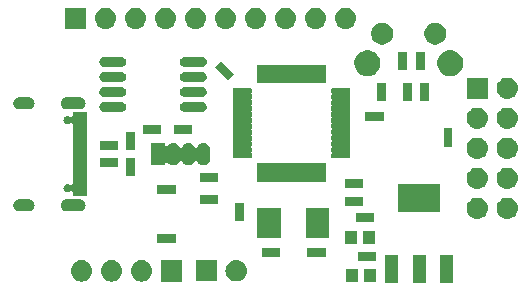
<source format=gbr>
G04 #@! TF.GenerationSoftware,KiCad,Pcbnew,5.1.4-e60b266~84~ubuntu18.04.1*
G04 #@! TF.CreationDate,2019-11-09T00:06:31+08:00*
G04 #@! TF.ProjectId,dap-stm32f103,6461702d-7374-46d3-9332-663130332e6b,rev?*
G04 #@! TF.SameCoordinates,Original*
G04 #@! TF.FileFunction,Soldermask,Top*
G04 #@! TF.FilePolarity,Negative*
%FSLAX46Y46*%
G04 Gerber Fmt 4.6, Leading zero omitted, Abs format (unit mm)*
G04 Created by KiCad (PCBNEW 5.1.4-e60b266~84~ubuntu18.04.1) date 2019-11-09 00:06:31*
%MOMM*%
%LPD*%
G04 APERTURE LIST*
%ADD10C,0.100000*%
G04 APERTURE END LIST*
D10*
G36*
X184845000Y-107739000D02*
G01*
X183743000Y-107739000D01*
X183743000Y-105437000D01*
X184845000Y-105437000D01*
X184845000Y-107739000D01*
X184845000Y-107739000D01*
G37*
G36*
X182545000Y-107739000D02*
G01*
X181443000Y-107739000D01*
X181443000Y-105437000D01*
X182545000Y-105437000D01*
X182545000Y-107739000D01*
X182545000Y-107739000D01*
G37*
G36*
X180245000Y-107739000D02*
G01*
X179143000Y-107739000D01*
X179143000Y-105437000D01*
X180245000Y-105437000D01*
X180245000Y-107739000D01*
X180245000Y-107739000D01*
G37*
G36*
X178340000Y-107719000D02*
G01*
X177308000Y-107719000D01*
X177308000Y-106637000D01*
X178340000Y-106637000D01*
X178340000Y-107719000D01*
X178340000Y-107719000D01*
G37*
G36*
X176800000Y-107719000D02*
G01*
X175768000Y-107719000D01*
X175768000Y-106637000D01*
X176800000Y-106637000D01*
X176800000Y-107719000D01*
X176800000Y-107719000D01*
G37*
G36*
X156064443Y-105863519D02*
G01*
X156130627Y-105870037D01*
X156300466Y-105921557D01*
X156456991Y-106005222D01*
X156492729Y-106034552D01*
X156594186Y-106117814D01*
X156677448Y-106219271D01*
X156706778Y-106255009D01*
X156790443Y-106411534D01*
X156841963Y-106581373D01*
X156859359Y-106758000D01*
X156841963Y-106934627D01*
X156790443Y-107104466D01*
X156706778Y-107260991D01*
X156677448Y-107296729D01*
X156594186Y-107398186D01*
X156492729Y-107481448D01*
X156456991Y-107510778D01*
X156300466Y-107594443D01*
X156130627Y-107645963D01*
X156064443Y-107652481D01*
X155998260Y-107659000D01*
X155909740Y-107659000D01*
X155843557Y-107652481D01*
X155777373Y-107645963D01*
X155607534Y-107594443D01*
X155451009Y-107510778D01*
X155415271Y-107481448D01*
X155313814Y-107398186D01*
X155230552Y-107296729D01*
X155201222Y-107260991D01*
X155117557Y-107104466D01*
X155066037Y-106934627D01*
X155048641Y-106758000D01*
X155066037Y-106581373D01*
X155117557Y-106411534D01*
X155201222Y-106255009D01*
X155230552Y-106219271D01*
X155313814Y-106117814D01*
X155415271Y-106034552D01*
X155451009Y-106005222D01*
X155607534Y-105921557D01*
X155777373Y-105870037D01*
X155843557Y-105863519D01*
X155909740Y-105857000D01*
X155998260Y-105857000D01*
X156064443Y-105863519D01*
X156064443Y-105863519D01*
G37*
G36*
X161935000Y-107659000D02*
G01*
X160133000Y-107659000D01*
X160133000Y-105857000D01*
X161935000Y-105857000D01*
X161935000Y-107659000D01*
X161935000Y-107659000D01*
G37*
G36*
X158604443Y-105863519D02*
G01*
X158670627Y-105870037D01*
X158840466Y-105921557D01*
X158996991Y-106005222D01*
X159032729Y-106034552D01*
X159134186Y-106117814D01*
X159217448Y-106219271D01*
X159246778Y-106255009D01*
X159330443Y-106411534D01*
X159381963Y-106581373D01*
X159399359Y-106758000D01*
X159381963Y-106934627D01*
X159330443Y-107104466D01*
X159246778Y-107260991D01*
X159217448Y-107296729D01*
X159134186Y-107398186D01*
X159032729Y-107481448D01*
X158996991Y-107510778D01*
X158840466Y-107594443D01*
X158670627Y-107645963D01*
X158604443Y-107652481D01*
X158538260Y-107659000D01*
X158449740Y-107659000D01*
X158383557Y-107652481D01*
X158317373Y-107645963D01*
X158147534Y-107594443D01*
X157991009Y-107510778D01*
X157955271Y-107481448D01*
X157853814Y-107398186D01*
X157770552Y-107296729D01*
X157741222Y-107260991D01*
X157657557Y-107104466D01*
X157606037Y-106934627D01*
X157588641Y-106758000D01*
X157606037Y-106581373D01*
X157657557Y-106411534D01*
X157741222Y-106255009D01*
X157770552Y-106219271D01*
X157853814Y-106117814D01*
X157955271Y-106034552D01*
X157991009Y-106005222D01*
X158147534Y-105921557D01*
X158317373Y-105870037D01*
X158383557Y-105863519D01*
X158449740Y-105857000D01*
X158538260Y-105857000D01*
X158604443Y-105863519D01*
X158604443Y-105863519D01*
G37*
G36*
X153524443Y-105863519D02*
G01*
X153590627Y-105870037D01*
X153760466Y-105921557D01*
X153916991Y-106005222D01*
X153952729Y-106034552D01*
X154054186Y-106117814D01*
X154137448Y-106219271D01*
X154166778Y-106255009D01*
X154250443Y-106411534D01*
X154301963Y-106581373D01*
X154319359Y-106758000D01*
X154301963Y-106934627D01*
X154250443Y-107104466D01*
X154166778Y-107260991D01*
X154137448Y-107296729D01*
X154054186Y-107398186D01*
X153952729Y-107481448D01*
X153916991Y-107510778D01*
X153760466Y-107594443D01*
X153590627Y-107645963D01*
X153524443Y-107652481D01*
X153458260Y-107659000D01*
X153369740Y-107659000D01*
X153303557Y-107652481D01*
X153237373Y-107645963D01*
X153067534Y-107594443D01*
X152911009Y-107510778D01*
X152875271Y-107481448D01*
X152773814Y-107398186D01*
X152690552Y-107296729D01*
X152661222Y-107260991D01*
X152577557Y-107104466D01*
X152526037Y-106934627D01*
X152508641Y-106758000D01*
X152526037Y-106581373D01*
X152577557Y-106411534D01*
X152661222Y-106255009D01*
X152690552Y-106219271D01*
X152773814Y-106117814D01*
X152875271Y-106034552D01*
X152911009Y-106005222D01*
X153067534Y-105921557D01*
X153237373Y-105870037D01*
X153303557Y-105863519D01*
X153369740Y-105857000D01*
X153458260Y-105857000D01*
X153524443Y-105863519D01*
X153524443Y-105863519D01*
G37*
G36*
X164865000Y-107639000D02*
G01*
X163063000Y-107639000D01*
X163063000Y-105837000D01*
X164865000Y-105837000D01*
X164865000Y-107639000D01*
X164865000Y-107639000D01*
G37*
G36*
X166614443Y-105843519D02*
G01*
X166680627Y-105850037D01*
X166850466Y-105901557D01*
X167006991Y-105985222D01*
X167031361Y-106005222D01*
X167144186Y-106097814D01*
X167227448Y-106199271D01*
X167256778Y-106235009D01*
X167340443Y-106391534D01*
X167391963Y-106561373D01*
X167409359Y-106738000D01*
X167391963Y-106914627D01*
X167340443Y-107084466D01*
X167256778Y-107240991D01*
X167240366Y-107260989D01*
X167144186Y-107378186D01*
X167042729Y-107461448D01*
X167006991Y-107490778D01*
X166850466Y-107574443D01*
X166680627Y-107625963D01*
X166614442Y-107632482D01*
X166548260Y-107639000D01*
X166459740Y-107639000D01*
X166393558Y-107632482D01*
X166327373Y-107625963D01*
X166157534Y-107574443D01*
X166001009Y-107490778D01*
X165965271Y-107461448D01*
X165863814Y-107378186D01*
X165767634Y-107260989D01*
X165751222Y-107240991D01*
X165667557Y-107084466D01*
X165616037Y-106914627D01*
X165598641Y-106738000D01*
X165616037Y-106561373D01*
X165667557Y-106391534D01*
X165751222Y-106235009D01*
X165780552Y-106199271D01*
X165863814Y-106097814D01*
X165976639Y-106005222D01*
X166001009Y-105985222D01*
X166157534Y-105901557D01*
X166327373Y-105850037D01*
X166393557Y-105843519D01*
X166459740Y-105837000D01*
X166548260Y-105837000D01*
X166614443Y-105843519D01*
X166614443Y-105843519D01*
G37*
G36*
X178340000Y-105944000D02*
G01*
X176788000Y-105944000D01*
X176788000Y-105192000D01*
X178340000Y-105192000D01*
X178340000Y-105944000D01*
X178340000Y-105944000D01*
G37*
G36*
X174090000Y-105604000D02*
G01*
X172538000Y-105604000D01*
X172538000Y-104852000D01*
X174090000Y-104852000D01*
X174090000Y-105604000D01*
X174090000Y-105604000D01*
G37*
G36*
X170230000Y-105594001D02*
G01*
X168678000Y-105594001D01*
X168678000Y-104842001D01*
X170230000Y-104842001D01*
X170230000Y-105594001D01*
X170230000Y-105594001D01*
G37*
G36*
X176740000Y-104459000D02*
G01*
X175708000Y-104459000D01*
X175708000Y-103377000D01*
X176740000Y-103377000D01*
X176740000Y-104459000D01*
X176740000Y-104459000D01*
G37*
G36*
X178280000Y-104459000D02*
G01*
X177248000Y-104459000D01*
X177248000Y-103377000D01*
X178280000Y-103377000D01*
X178280000Y-104459000D01*
X178280000Y-104459000D01*
G37*
G36*
X161380000Y-104414000D02*
G01*
X159828000Y-104414000D01*
X159828000Y-103662000D01*
X161380000Y-103662000D01*
X161380000Y-104414000D01*
X161380000Y-104414000D01*
G37*
G36*
X170295000Y-103959000D02*
G01*
X168293000Y-103959000D01*
X168293000Y-101457000D01*
X170295000Y-101457000D01*
X170295000Y-103959000D01*
X170295000Y-103959000D01*
G37*
G36*
X174395000Y-103959000D02*
G01*
X172393000Y-103959000D01*
X172393000Y-101457000D01*
X174395000Y-101457000D01*
X174395000Y-103959000D01*
X174395000Y-103959000D01*
G37*
G36*
X178210000Y-102644000D02*
G01*
X176658000Y-102644000D01*
X176658000Y-101892000D01*
X178210000Y-101892000D01*
X178210000Y-102644000D01*
X178210000Y-102644000D01*
G37*
G36*
X167180000Y-102564000D02*
G01*
X166428000Y-102564000D01*
X166428000Y-101012000D01*
X167180000Y-101012000D01*
X167180000Y-102564000D01*
X167180000Y-102564000D01*
G37*
G36*
X187034442Y-100553518D02*
G01*
X187100627Y-100560037D01*
X187270466Y-100611557D01*
X187426991Y-100695222D01*
X187460713Y-100722897D01*
X187564186Y-100807814D01*
X187646660Y-100908310D01*
X187676778Y-100945009D01*
X187760443Y-101101534D01*
X187811963Y-101271373D01*
X187829359Y-101448000D01*
X187811963Y-101624627D01*
X187760443Y-101794466D01*
X187676778Y-101950991D01*
X187647448Y-101986729D01*
X187564186Y-102088186D01*
X187462729Y-102171448D01*
X187426991Y-102200778D01*
X187270466Y-102284443D01*
X187100627Y-102335963D01*
X187034442Y-102342482D01*
X186968260Y-102349000D01*
X186879740Y-102349000D01*
X186813557Y-102342481D01*
X186747373Y-102335963D01*
X186577534Y-102284443D01*
X186421009Y-102200778D01*
X186385271Y-102171448D01*
X186283814Y-102088186D01*
X186200552Y-101986729D01*
X186171222Y-101950991D01*
X186087557Y-101794466D01*
X186036037Y-101624627D01*
X186018641Y-101448000D01*
X186036037Y-101271373D01*
X186087557Y-101101534D01*
X186171222Y-100945009D01*
X186201340Y-100908310D01*
X186283814Y-100807814D01*
X186387287Y-100722897D01*
X186421009Y-100695222D01*
X186577534Y-100611557D01*
X186747373Y-100560037D01*
X186813557Y-100553519D01*
X186879740Y-100547000D01*
X186968260Y-100547000D01*
X187034442Y-100553518D01*
X187034442Y-100553518D01*
G37*
G36*
X189574442Y-100553518D02*
G01*
X189640627Y-100560037D01*
X189810466Y-100611557D01*
X189966991Y-100695222D01*
X190000713Y-100722897D01*
X190104186Y-100807814D01*
X190186660Y-100908310D01*
X190216778Y-100945009D01*
X190300443Y-101101534D01*
X190351963Y-101271373D01*
X190369359Y-101448000D01*
X190351963Y-101624627D01*
X190300443Y-101794466D01*
X190216778Y-101950991D01*
X190187448Y-101986729D01*
X190104186Y-102088186D01*
X190002729Y-102171448D01*
X189966991Y-102200778D01*
X189810466Y-102284443D01*
X189640627Y-102335963D01*
X189574442Y-102342482D01*
X189508260Y-102349000D01*
X189419740Y-102349000D01*
X189353557Y-102342481D01*
X189287373Y-102335963D01*
X189117534Y-102284443D01*
X188961009Y-102200778D01*
X188925271Y-102171448D01*
X188823814Y-102088186D01*
X188740552Y-101986729D01*
X188711222Y-101950991D01*
X188627557Y-101794466D01*
X188576037Y-101624627D01*
X188558641Y-101448000D01*
X188576037Y-101271373D01*
X188627557Y-101101534D01*
X188711222Y-100945009D01*
X188741340Y-100908310D01*
X188823814Y-100807814D01*
X188927287Y-100722897D01*
X188961009Y-100695222D01*
X189117534Y-100611557D01*
X189287373Y-100560037D01*
X189353557Y-100553519D01*
X189419740Y-100547000D01*
X189508260Y-100547000D01*
X189574442Y-100553518D01*
X189574442Y-100553518D01*
G37*
G36*
X183795000Y-101739000D02*
G01*
X180193000Y-101739000D01*
X180193000Y-99437000D01*
X183795000Y-99437000D01*
X183795000Y-101739000D01*
X183795000Y-101739000D01*
G37*
G36*
X153352213Y-100694249D02*
G01*
X153446652Y-100722897D01*
X153533687Y-100769418D01*
X153609975Y-100832025D01*
X153672582Y-100908313D01*
X153719103Y-100995348D01*
X153747751Y-101089787D01*
X153757424Y-101188000D01*
X153747751Y-101286213D01*
X153719103Y-101380652D01*
X153672582Y-101467687D01*
X153609975Y-101543975D01*
X153533687Y-101606582D01*
X153446652Y-101653103D01*
X153352213Y-101681751D01*
X153278612Y-101689000D01*
X152129388Y-101689000D01*
X152055787Y-101681751D01*
X151961348Y-101653103D01*
X151874313Y-101606582D01*
X151798025Y-101543975D01*
X151735418Y-101467687D01*
X151688897Y-101380652D01*
X151660249Y-101286213D01*
X151650576Y-101188000D01*
X151660249Y-101089787D01*
X151688897Y-100995348D01*
X151735418Y-100908313D01*
X151798025Y-100832025D01*
X151874313Y-100769418D01*
X151961348Y-100722897D01*
X152055787Y-100694249D01*
X152129388Y-100687000D01*
X153278612Y-100687000D01*
X153352213Y-100694249D01*
X153352213Y-100694249D01*
G37*
G36*
X149032213Y-100694249D02*
G01*
X149126652Y-100722897D01*
X149213687Y-100769418D01*
X149289975Y-100832025D01*
X149352582Y-100908313D01*
X149399103Y-100995348D01*
X149427751Y-101089787D01*
X149437424Y-101188000D01*
X149427751Y-101286213D01*
X149399103Y-101380652D01*
X149352582Y-101467687D01*
X149289975Y-101543975D01*
X149213687Y-101606582D01*
X149126652Y-101653103D01*
X149032213Y-101681751D01*
X148958612Y-101689000D01*
X148109388Y-101689000D01*
X148035787Y-101681751D01*
X147941348Y-101653103D01*
X147854313Y-101606582D01*
X147778025Y-101543975D01*
X147715418Y-101467687D01*
X147668897Y-101380652D01*
X147640249Y-101286213D01*
X147630576Y-101188000D01*
X147640249Y-101089787D01*
X147668897Y-100995348D01*
X147715418Y-100908313D01*
X147778025Y-100832025D01*
X147854313Y-100769418D01*
X147941348Y-100722897D01*
X148035787Y-100694249D01*
X148109388Y-100687000D01*
X148958612Y-100687000D01*
X149032213Y-100694249D01*
X149032213Y-100694249D01*
G37*
G36*
X177240000Y-101224000D02*
G01*
X175688000Y-101224000D01*
X175688000Y-100472000D01*
X177240000Y-100472000D01*
X177240000Y-101224000D01*
X177240000Y-101224000D01*
G37*
G36*
X165000000Y-101084000D02*
G01*
X163448000Y-101084000D01*
X163448000Y-100332000D01*
X165000000Y-100332000D01*
X165000000Y-101084000D01*
X165000000Y-101084000D01*
G37*
G36*
X153915000Y-100419000D02*
G01*
X152653000Y-100419000D01*
X152653000Y-100127163D01*
X152650598Y-100102777D01*
X152643485Y-100079328D01*
X152631934Y-100057717D01*
X152616389Y-100038775D01*
X152597447Y-100023230D01*
X152575836Y-100011679D01*
X152552387Y-100004566D01*
X152528001Y-100002164D01*
X152503615Y-100004566D01*
X152480166Y-100011679D01*
X152458555Y-100023230D01*
X152457317Y-100024246D01*
X152390258Y-100069054D01*
X152338182Y-100090624D01*
X152326383Y-100095511D01*
X152258570Y-100109000D01*
X152189430Y-100109000D01*
X152121617Y-100095511D01*
X152109818Y-100090624D01*
X152057742Y-100069054D01*
X152000252Y-100030640D01*
X151951360Y-99981748D01*
X151912946Y-99924258D01*
X151886490Y-99860385D01*
X151886489Y-99860383D01*
X151873000Y-99792570D01*
X151873000Y-99723430D01*
X151886489Y-99655617D01*
X151901656Y-99619000D01*
X151912946Y-99591742D01*
X151951360Y-99534252D01*
X152000252Y-99485360D01*
X152057742Y-99446946D01*
X152121615Y-99420490D01*
X152121614Y-99420490D01*
X152121617Y-99420489D01*
X152189430Y-99407000D01*
X152258570Y-99407000D01*
X152326383Y-99420489D01*
X152326386Y-99420490D01*
X152326385Y-99420490D01*
X152390258Y-99446946D01*
X152457317Y-99491754D01*
X152458555Y-99492770D01*
X152480166Y-99504321D01*
X152503615Y-99511434D01*
X152528001Y-99513836D01*
X152552387Y-99511434D01*
X152575836Y-99504321D01*
X152597447Y-99492770D01*
X152616389Y-99477225D01*
X152631934Y-99458283D01*
X152643485Y-99436672D01*
X152650598Y-99413223D01*
X152653000Y-99388837D01*
X152653000Y-94347163D01*
X152650598Y-94322777D01*
X152643485Y-94299328D01*
X152631934Y-94277717D01*
X152616389Y-94258775D01*
X152597447Y-94243230D01*
X152575836Y-94231679D01*
X152552387Y-94224566D01*
X152528001Y-94222164D01*
X152503615Y-94224566D01*
X152480166Y-94231679D01*
X152458555Y-94243230D01*
X152457317Y-94244246D01*
X152390258Y-94289054D01*
X152342269Y-94308931D01*
X152326383Y-94315511D01*
X152258570Y-94329000D01*
X152189430Y-94329000D01*
X152121617Y-94315511D01*
X152105731Y-94308931D01*
X152057742Y-94289054D01*
X152000252Y-94250640D01*
X151951360Y-94201748D01*
X151912946Y-94144258D01*
X151886490Y-94080385D01*
X151886489Y-94080383D01*
X151873000Y-94012570D01*
X151873000Y-93943430D01*
X151886489Y-93875617D01*
X151896410Y-93851665D01*
X151912946Y-93811742D01*
X151951360Y-93754252D01*
X152000252Y-93705360D01*
X152057742Y-93666946D01*
X152121615Y-93640490D01*
X152121614Y-93640490D01*
X152121617Y-93640489D01*
X152189430Y-93627000D01*
X152258570Y-93627000D01*
X152326383Y-93640489D01*
X152326386Y-93640490D01*
X152326385Y-93640490D01*
X152390258Y-93666946D01*
X152457317Y-93711754D01*
X152458555Y-93712770D01*
X152480166Y-93724321D01*
X152503615Y-93731434D01*
X152528001Y-93733836D01*
X152552387Y-93731434D01*
X152575836Y-93724321D01*
X152597447Y-93712770D01*
X152616389Y-93697225D01*
X152631934Y-93678283D01*
X152643485Y-93656672D01*
X152650598Y-93633223D01*
X152653000Y-93608837D01*
X152653000Y-93317000D01*
X153915000Y-93317000D01*
X153915000Y-100419000D01*
X153915000Y-100419000D01*
G37*
G36*
X161380000Y-100274000D02*
G01*
X159828000Y-100274000D01*
X159828000Y-99522000D01*
X161380000Y-99522000D01*
X161380000Y-100274000D01*
X161380000Y-100274000D01*
G37*
G36*
X189574443Y-98013519D02*
G01*
X189640627Y-98020037D01*
X189810466Y-98071557D01*
X189966991Y-98155222D01*
X190002729Y-98184552D01*
X190104186Y-98267814D01*
X190187448Y-98369271D01*
X190216778Y-98405009D01*
X190300443Y-98561534D01*
X190351963Y-98731373D01*
X190369359Y-98908000D01*
X190351963Y-99084627D01*
X190300443Y-99254466D01*
X190216778Y-99410991D01*
X190214946Y-99413223D01*
X190104186Y-99548186D01*
X190002729Y-99631448D01*
X189966991Y-99660778D01*
X189810466Y-99744443D01*
X189640627Y-99795963D01*
X189574443Y-99802481D01*
X189508260Y-99809000D01*
X189419740Y-99809000D01*
X189353557Y-99802481D01*
X189287373Y-99795963D01*
X189117534Y-99744443D01*
X188961009Y-99660778D01*
X188925271Y-99631448D01*
X188823814Y-99548186D01*
X188713054Y-99413223D01*
X188711222Y-99410991D01*
X188627557Y-99254466D01*
X188576037Y-99084627D01*
X188558641Y-98908000D01*
X188576037Y-98731373D01*
X188627557Y-98561534D01*
X188711222Y-98405009D01*
X188740552Y-98369271D01*
X188823814Y-98267814D01*
X188925271Y-98184552D01*
X188961009Y-98155222D01*
X189117534Y-98071557D01*
X189287373Y-98020037D01*
X189353557Y-98013519D01*
X189419740Y-98007000D01*
X189508260Y-98007000D01*
X189574443Y-98013519D01*
X189574443Y-98013519D01*
G37*
G36*
X187034443Y-98013519D02*
G01*
X187100627Y-98020037D01*
X187270466Y-98071557D01*
X187426991Y-98155222D01*
X187462729Y-98184552D01*
X187564186Y-98267814D01*
X187647448Y-98369271D01*
X187676778Y-98405009D01*
X187760443Y-98561534D01*
X187811963Y-98731373D01*
X187829359Y-98908000D01*
X187811963Y-99084627D01*
X187760443Y-99254466D01*
X187676778Y-99410991D01*
X187674946Y-99413223D01*
X187564186Y-99548186D01*
X187462729Y-99631448D01*
X187426991Y-99660778D01*
X187270466Y-99744443D01*
X187100627Y-99795963D01*
X187034443Y-99802481D01*
X186968260Y-99809000D01*
X186879740Y-99809000D01*
X186813557Y-99802481D01*
X186747373Y-99795963D01*
X186577534Y-99744443D01*
X186421009Y-99660778D01*
X186385271Y-99631448D01*
X186283814Y-99548186D01*
X186173054Y-99413223D01*
X186171222Y-99410991D01*
X186087557Y-99254466D01*
X186036037Y-99084627D01*
X186018641Y-98908000D01*
X186036037Y-98731373D01*
X186087557Y-98561534D01*
X186171222Y-98405009D01*
X186200552Y-98369271D01*
X186283814Y-98267814D01*
X186385271Y-98184552D01*
X186421009Y-98155222D01*
X186577534Y-98071557D01*
X186747373Y-98020037D01*
X186813557Y-98013519D01*
X186879740Y-98007000D01*
X186968260Y-98007000D01*
X187034443Y-98013519D01*
X187034443Y-98013519D01*
G37*
G36*
X177240000Y-99744000D02*
G01*
X175688000Y-99744000D01*
X175688000Y-98992000D01*
X177240000Y-98992000D01*
X177240000Y-99744000D01*
X177240000Y-99744000D01*
G37*
G36*
X168614295Y-97633323D02*
G01*
X168621309Y-97635451D01*
X168635077Y-97642810D01*
X168657716Y-97652187D01*
X168681749Y-97656967D01*
X168706253Y-97656967D01*
X168730286Y-97652186D01*
X168752923Y-97642810D01*
X168766691Y-97635451D01*
X168773705Y-97633323D01*
X168787140Y-97632000D01*
X169100860Y-97632000D01*
X169114295Y-97633323D01*
X169121309Y-97635451D01*
X169135077Y-97642810D01*
X169157716Y-97652187D01*
X169181749Y-97656967D01*
X169206253Y-97656967D01*
X169230286Y-97652186D01*
X169252923Y-97642810D01*
X169266691Y-97635451D01*
X169273705Y-97633323D01*
X169287140Y-97632000D01*
X169600860Y-97632000D01*
X169614295Y-97633323D01*
X169621309Y-97635451D01*
X169635077Y-97642810D01*
X169657716Y-97652187D01*
X169681749Y-97656967D01*
X169706253Y-97656967D01*
X169730286Y-97652186D01*
X169752923Y-97642810D01*
X169766691Y-97635451D01*
X169773705Y-97633323D01*
X169787140Y-97632000D01*
X170100860Y-97632000D01*
X170114295Y-97633323D01*
X170121309Y-97635451D01*
X170135077Y-97642810D01*
X170157716Y-97652187D01*
X170181749Y-97656967D01*
X170206253Y-97656967D01*
X170230286Y-97652186D01*
X170252923Y-97642810D01*
X170266691Y-97635451D01*
X170273705Y-97633323D01*
X170287140Y-97632000D01*
X170600860Y-97632000D01*
X170614295Y-97633323D01*
X170621309Y-97635451D01*
X170635077Y-97642810D01*
X170657716Y-97652187D01*
X170681749Y-97656967D01*
X170706253Y-97656967D01*
X170730286Y-97652186D01*
X170752923Y-97642810D01*
X170766691Y-97635451D01*
X170773705Y-97633323D01*
X170787140Y-97632000D01*
X171100860Y-97632000D01*
X171114295Y-97633323D01*
X171121309Y-97635451D01*
X171135077Y-97642810D01*
X171157716Y-97652187D01*
X171181749Y-97656967D01*
X171206253Y-97656967D01*
X171230286Y-97652186D01*
X171252923Y-97642810D01*
X171266691Y-97635451D01*
X171273705Y-97633323D01*
X171287140Y-97632000D01*
X171600860Y-97632000D01*
X171614295Y-97633323D01*
X171621309Y-97635451D01*
X171635077Y-97642810D01*
X171657716Y-97652187D01*
X171681749Y-97656967D01*
X171706253Y-97656967D01*
X171730286Y-97652186D01*
X171752923Y-97642810D01*
X171766691Y-97635451D01*
X171773705Y-97633323D01*
X171787140Y-97632000D01*
X172100860Y-97632000D01*
X172114295Y-97633323D01*
X172121309Y-97635451D01*
X172135077Y-97642810D01*
X172157716Y-97652187D01*
X172181749Y-97656967D01*
X172206253Y-97656967D01*
X172230286Y-97652186D01*
X172252923Y-97642810D01*
X172266691Y-97635451D01*
X172273705Y-97633323D01*
X172287140Y-97632000D01*
X172600860Y-97632000D01*
X172614295Y-97633323D01*
X172621309Y-97635451D01*
X172635077Y-97642810D01*
X172657716Y-97652187D01*
X172681749Y-97656967D01*
X172706253Y-97656967D01*
X172730286Y-97652186D01*
X172752923Y-97642810D01*
X172766691Y-97635451D01*
X172773705Y-97633323D01*
X172787140Y-97632000D01*
X173100860Y-97632000D01*
X173114295Y-97633323D01*
X173121309Y-97635451D01*
X173135077Y-97642810D01*
X173157716Y-97652187D01*
X173181749Y-97656967D01*
X173206253Y-97656967D01*
X173230286Y-97652186D01*
X173252923Y-97642810D01*
X173266691Y-97635451D01*
X173273705Y-97633323D01*
X173287140Y-97632000D01*
X173600860Y-97632000D01*
X173614295Y-97633323D01*
X173621309Y-97635451D01*
X173635077Y-97642810D01*
X173657716Y-97652187D01*
X173681749Y-97656967D01*
X173706253Y-97656967D01*
X173730286Y-97652186D01*
X173752923Y-97642810D01*
X173766691Y-97635451D01*
X173773705Y-97633323D01*
X173787140Y-97632000D01*
X174100860Y-97632000D01*
X174114295Y-97633323D01*
X174121310Y-97635451D01*
X174127776Y-97638908D01*
X174133442Y-97643558D01*
X174138092Y-97649224D01*
X174141549Y-97655690D01*
X174143677Y-97662705D01*
X174145000Y-97676140D01*
X174145000Y-99164860D01*
X174143677Y-99178295D01*
X174141549Y-99185310D01*
X174138092Y-99191776D01*
X174133442Y-99197442D01*
X174127776Y-99202092D01*
X174121310Y-99205549D01*
X174114295Y-99207677D01*
X174100860Y-99209000D01*
X173787140Y-99209000D01*
X173773705Y-99207677D01*
X173766691Y-99205549D01*
X173752923Y-99198190D01*
X173730284Y-99188813D01*
X173706251Y-99184033D01*
X173681747Y-99184033D01*
X173657714Y-99188814D01*
X173635077Y-99198190D01*
X173621309Y-99205549D01*
X173614295Y-99207677D01*
X173600860Y-99209000D01*
X173287140Y-99209000D01*
X173273705Y-99207677D01*
X173266691Y-99205549D01*
X173252923Y-99198190D01*
X173230284Y-99188813D01*
X173206251Y-99184033D01*
X173181747Y-99184033D01*
X173157714Y-99188814D01*
X173135077Y-99198190D01*
X173121309Y-99205549D01*
X173114295Y-99207677D01*
X173100860Y-99209000D01*
X172787140Y-99209000D01*
X172773705Y-99207677D01*
X172766691Y-99205549D01*
X172752923Y-99198190D01*
X172730284Y-99188813D01*
X172706251Y-99184033D01*
X172681747Y-99184033D01*
X172657714Y-99188814D01*
X172635077Y-99198190D01*
X172621309Y-99205549D01*
X172614295Y-99207677D01*
X172600860Y-99209000D01*
X172287140Y-99209000D01*
X172273705Y-99207677D01*
X172266691Y-99205549D01*
X172252923Y-99198190D01*
X172230284Y-99188813D01*
X172206251Y-99184033D01*
X172181747Y-99184033D01*
X172157714Y-99188814D01*
X172135077Y-99198190D01*
X172121309Y-99205549D01*
X172114295Y-99207677D01*
X172100860Y-99209000D01*
X171787140Y-99209000D01*
X171773705Y-99207677D01*
X171766691Y-99205549D01*
X171752923Y-99198190D01*
X171730284Y-99188813D01*
X171706251Y-99184033D01*
X171681747Y-99184033D01*
X171657714Y-99188814D01*
X171635077Y-99198190D01*
X171621309Y-99205549D01*
X171614295Y-99207677D01*
X171600860Y-99209000D01*
X171287140Y-99209000D01*
X171273705Y-99207677D01*
X171266691Y-99205549D01*
X171252923Y-99198190D01*
X171230284Y-99188813D01*
X171206251Y-99184033D01*
X171181747Y-99184033D01*
X171157714Y-99188814D01*
X171135077Y-99198190D01*
X171121309Y-99205549D01*
X171114295Y-99207677D01*
X171100860Y-99209000D01*
X170787140Y-99209000D01*
X170773705Y-99207677D01*
X170766691Y-99205549D01*
X170752923Y-99198190D01*
X170730284Y-99188813D01*
X170706251Y-99184033D01*
X170681747Y-99184033D01*
X170657714Y-99188814D01*
X170635077Y-99198190D01*
X170621309Y-99205549D01*
X170614295Y-99207677D01*
X170600860Y-99209000D01*
X170287140Y-99209000D01*
X170273705Y-99207677D01*
X170266691Y-99205549D01*
X170252923Y-99198190D01*
X170230284Y-99188813D01*
X170206251Y-99184033D01*
X170181747Y-99184033D01*
X170157714Y-99188814D01*
X170135077Y-99198190D01*
X170121309Y-99205549D01*
X170114295Y-99207677D01*
X170100860Y-99209000D01*
X169787140Y-99209000D01*
X169773705Y-99207677D01*
X169766691Y-99205549D01*
X169752923Y-99198190D01*
X169730284Y-99188813D01*
X169706251Y-99184033D01*
X169681747Y-99184033D01*
X169657714Y-99188814D01*
X169635077Y-99198190D01*
X169621309Y-99205549D01*
X169614295Y-99207677D01*
X169600860Y-99209000D01*
X169287140Y-99209000D01*
X169273705Y-99207677D01*
X169266691Y-99205549D01*
X169252923Y-99198190D01*
X169230284Y-99188813D01*
X169206251Y-99184033D01*
X169181747Y-99184033D01*
X169157714Y-99188814D01*
X169135077Y-99198190D01*
X169121309Y-99205549D01*
X169114295Y-99207677D01*
X169100860Y-99209000D01*
X168787140Y-99209000D01*
X168773705Y-99207677D01*
X168766691Y-99205549D01*
X168752923Y-99198190D01*
X168730284Y-99188813D01*
X168706251Y-99184033D01*
X168681747Y-99184033D01*
X168657714Y-99188814D01*
X168635077Y-99198190D01*
X168621309Y-99205549D01*
X168614295Y-99207677D01*
X168600860Y-99209000D01*
X168287140Y-99209000D01*
X168273705Y-99207677D01*
X168266690Y-99205549D01*
X168260224Y-99202092D01*
X168254558Y-99197442D01*
X168249908Y-99191776D01*
X168246451Y-99185310D01*
X168244323Y-99178295D01*
X168243000Y-99164860D01*
X168243000Y-97676140D01*
X168244323Y-97662705D01*
X168246451Y-97655690D01*
X168249908Y-97649224D01*
X168254558Y-97643558D01*
X168260224Y-97638908D01*
X168266690Y-97635451D01*
X168273705Y-97633323D01*
X168287140Y-97632000D01*
X168600860Y-97632000D01*
X168614295Y-97633323D01*
X168614295Y-97633323D01*
G37*
G36*
X165000000Y-99204000D02*
G01*
X163448000Y-99204000D01*
X163448000Y-98452000D01*
X165000000Y-98452000D01*
X165000000Y-99204000D01*
X165000000Y-99204000D01*
G37*
G36*
X157940000Y-98744000D02*
G01*
X157188000Y-98744000D01*
X157188000Y-97192000D01*
X157940000Y-97192000D01*
X157940000Y-98744000D01*
X157940000Y-98744000D01*
G37*
G36*
X156540000Y-97944000D02*
G01*
X154988000Y-97944000D01*
X154988000Y-97192000D01*
X156540000Y-97192000D01*
X156540000Y-97944000D01*
X156540000Y-97944000D01*
G37*
G36*
X163838875Y-95935479D02*
G01*
X163912516Y-95957818D01*
X163949337Y-95968987D01*
X164051139Y-96023402D01*
X164108227Y-96070253D01*
X164140369Y-96096631D01*
X164213598Y-96185861D01*
X164213599Y-96185863D01*
X164268013Y-96287662D01*
X164276889Y-96316923D01*
X164301521Y-96398124D01*
X164310000Y-96484215D01*
X164310000Y-97271785D01*
X164301521Y-97357876D01*
X164283586Y-97417000D01*
X164268013Y-97468338D01*
X164213598Y-97570140D01*
X164140370Y-97659370D01*
X164051140Y-97732598D01*
X163949338Y-97787013D01*
X163912517Y-97798182D01*
X163838876Y-97820521D01*
X163724000Y-97831835D01*
X163609125Y-97820521D01*
X163535484Y-97798182D01*
X163498663Y-97787013D01*
X163396861Y-97732598D01*
X163307631Y-97659370D01*
X163234402Y-97570138D01*
X163199240Y-97504355D01*
X163185627Y-97483980D01*
X163168300Y-97466653D01*
X163147925Y-97453040D01*
X163125286Y-97443662D01*
X163101253Y-97438882D01*
X163076749Y-97438882D01*
X163052716Y-97443662D01*
X163030077Y-97453040D01*
X163009702Y-97466653D01*
X162992375Y-97483980D01*
X162978762Y-97504354D01*
X162943598Y-97570140D01*
X162870370Y-97659370D01*
X162781140Y-97732598D01*
X162679338Y-97787013D01*
X162642517Y-97798182D01*
X162568876Y-97820521D01*
X162454000Y-97831835D01*
X162339125Y-97820521D01*
X162265484Y-97798182D01*
X162228663Y-97787013D01*
X162126861Y-97732598D01*
X162037631Y-97659370D01*
X161964402Y-97570138D01*
X161929240Y-97504355D01*
X161915627Y-97483980D01*
X161898300Y-97466653D01*
X161877925Y-97453040D01*
X161855286Y-97443662D01*
X161831253Y-97438882D01*
X161806749Y-97438882D01*
X161782716Y-97443662D01*
X161760077Y-97453040D01*
X161739702Y-97466653D01*
X161722375Y-97483980D01*
X161708762Y-97504354D01*
X161673598Y-97570140D01*
X161600370Y-97659370D01*
X161511140Y-97732598D01*
X161409338Y-97787013D01*
X161372517Y-97798182D01*
X161298876Y-97820521D01*
X161184000Y-97831835D01*
X161069125Y-97820521D01*
X160995484Y-97798182D01*
X160958663Y-97787013D01*
X160856861Y-97732598D01*
X160767631Y-97659370D01*
X160721625Y-97603310D01*
X160704298Y-97585983D01*
X160683924Y-97572369D01*
X160661285Y-97562992D01*
X160637252Y-97558211D01*
X160612748Y-97558211D01*
X160588714Y-97562991D01*
X160566076Y-97572368D01*
X160545701Y-97585982D01*
X160528374Y-97603309D01*
X160514760Y-97623683D01*
X160505383Y-97646322D01*
X160500602Y-97670355D01*
X160500000Y-97682608D01*
X160500000Y-97829000D01*
X159328000Y-97829000D01*
X159328000Y-95927000D01*
X160500000Y-95927000D01*
X160500000Y-96073392D01*
X160502402Y-96097778D01*
X160509515Y-96121227D01*
X160521066Y-96142838D01*
X160536611Y-96161780D01*
X160555553Y-96177325D01*
X160577164Y-96188876D01*
X160600613Y-96195989D01*
X160624999Y-96198391D01*
X160649385Y-96195989D01*
X160672834Y-96188876D01*
X160694445Y-96177325D01*
X160713387Y-96161780D01*
X160721625Y-96152690D01*
X160747446Y-96121227D01*
X160767631Y-96096631D01*
X160856861Y-96023402D01*
X160868507Y-96017177D01*
X160958662Y-95968987D01*
X160995483Y-95957818D01*
X161069124Y-95935479D01*
X161184000Y-95924165D01*
X161298875Y-95935479D01*
X161372516Y-95957818D01*
X161409337Y-95968987D01*
X161511139Y-96023402D01*
X161568227Y-96070253D01*
X161600369Y-96096631D01*
X161668430Y-96179564D01*
X161673601Y-96185865D01*
X161708761Y-96251645D01*
X161722374Y-96272020D01*
X161739701Y-96289347D01*
X161760076Y-96302960D01*
X161782715Y-96312338D01*
X161806748Y-96317118D01*
X161831252Y-96317118D01*
X161855285Y-96312338D01*
X161877924Y-96302960D01*
X161898299Y-96289347D01*
X161915626Y-96272020D01*
X161929239Y-96251646D01*
X161964402Y-96185861D01*
X162017446Y-96121227D01*
X162037631Y-96096631D01*
X162126861Y-96023402D01*
X162138507Y-96017177D01*
X162228662Y-95968987D01*
X162265483Y-95957818D01*
X162339124Y-95935479D01*
X162454000Y-95924165D01*
X162568875Y-95935479D01*
X162642516Y-95957818D01*
X162679337Y-95968987D01*
X162781139Y-96023402D01*
X162838227Y-96070253D01*
X162870369Y-96096631D01*
X162938430Y-96179564D01*
X162943601Y-96185865D01*
X162978761Y-96251645D01*
X162992374Y-96272020D01*
X163009701Y-96289347D01*
X163030076Y-96302960D01*
X163052715Y-96312338D01*
X163076748Y-96317118D01*
X163101252Y-96317118D01*
X163125285Y-96312338D01*
X163147924Y-96302960D01*
X163168299Y-96289347D01*
X163185626Y-96272020D01*
X163199239Y-96251646D01*
X163234402Y-96185861D01*
X163287446Y-96121227D01*
X163307631Y-96096631D01*
X163396861Y-96023402D01*
X163408507Y-96017177D01*
X163498662Y-95968987D01*
X163535483Y-95957818D01*
X163609124Y-95935479D01*
X163724000Y-95924165D01*
X163838875Y-95935479D01*
X163838875Y-95935479D01*
G37*
G36*
X189574443Y-95473519D02*
G01*
X189640627Y-95480037D01*
X189810466Y-95531557D01*
X189966991Y-95615222D01*
X189982691Y-95628107D01*
X190104186Y-95727814D01*
X190158737Y-95794286D01*
X190216778Y-95865009D01*
X190300443Y-96021534D01*
X190351963Y-96191373D01*
X190369359Y-96368000D01*
X190351963Y-96544627D01*
X190300443Y-96714466D01*
X190216778Y-96870991D01*
X190187448Y-96906729D01*
X190104186Y-97008186D01*
X190002729Y-97091448D01*
X189966991Y-97120778D01*
X189810466Y-97204443D01*
X189640627Y-97255963D01*
X189574442Y-97262482D01*
X189508260Y-97269000D01*
X189419740Y-97269000D01*
X189353558Y-97262482D01*
X189287373Y-97255963D01*
X189117534Y-97204443D01*
X188961009Y-97120778D01*
X188925271Y-97091448D01*
X188823814Y-97008186D01*
X188740552Y-96906729D01*
X188711222Y-96870991D01*
X188627557Y-96714466D01*
X188576037Y-96544627D01*
X188558641Y-96368000D01*
X188576037Y-96191373D01*
X188627557Y-96021534D01*
X188711222Y-95865009D01*
X188769263Y-95794286D01*
X188823814Y-95727814D01*
X188945309Y-95628107D01*
X188961009Y-95615222D01*
X189117534Y-95531557D01*
X189287373Y-95480037D01*
X189353557Y-95473519D01*
X189419740Y-95467000D01*
X189508260Y-95467000D01*
X189574443Y-95473519D01*
X189574443Y-95473519D01*
G37*
G36*
X187034443Y-95473519D02*
G01*
X187100627Y-95480037D01*
X187270466Y-95531557D01*
X187426991Y-95615222D01*
X187442691Y-95628107D01*
X187564186Y-95727814D01*
X187618737Y-95794286D01*
X187676778Y-95865009D01*
X187760443Y-96021534D01*
X187811963Y-96191373D01*
X187829359Y-96368000D01*
X187811963Y-96544627D01*
X187760443Y-96714466D01*
X187676778Y-96870991D01*
X187647448Y-96906729D01*
X187564186Y-97008186D01*
X187462729Y-97091448D01*
X187426991Y-97120778D01*
X187270466Y-97204443D01*
X187100627Y-97255963D01*
X187034442Y-97262482D01*
X186968260Y-97269000D01*
X186879740Y-97269000D01*
X186813558Y-97262482D01*
X186747373Y-97255963D01*
X186577534Y-97204443D01*
X186421009Y-97120778D01*
X186385271Y-97091448D01*
X186283814Y-97008186D01*
X186200552Y-96906729D01*
X186171222Y-96870991D01*
X186087557Y-96714466D01*
X186036037Y-96544627D01*
X186018641Y-96368000D01*
X186036037Y-96191373D01*
X186087557Y-96021534D01*
X186171222Y-95865009D01*
X186229263Y-95794286D01*
X186283814Y-95727814D01*
X186405309Y-95628107D01*
X186421009Y-95615222D01*
X186577534Y-95531557D01*
X186747373Y-95480037D01*
X186813557Y-95473519D01*
X186879740Y-95467000D01*
X186968260Y-95467000D01*
X187034443Y-95473519D01*
X187034443Y-95473519D01*
G37*
G36*
X176114295Y-91308323D02*
G01*
X176121310Y-91310451D01*
X176127776Y-91313908D01*
X176133442Y-91318558D01*
X176138092Y-91324224D01*
X176141549Y-91330690D01*
X176143677Y-91337705D01*
X176145000Y-91351140D01*
X176145000Y-91664860D01*
X176143677Y-91678295D01*
X176141549Y-91685309D01*
X176134190Y-91699077D01*
X176124813Y-91721716D01*
X176120033Y-91745749D01*
X176120033Y-91770253D01*
X176124814Y-91794286D01*
X176134190Y-91816923D01*
X176141549Y-91830691D01*
X176143677Y-91837705D01*
X176145000Y-91851140D01*
X176145000Y-92164860D01*
X176143677Y-92178295D01*
X176141549Y-92185309D01*
X176134190Y-92199077D01*
X176124813Y-92221716D01*
X176120033Y-92245749D01*
X176120033Y-92270253D01*
X176124814Y-92294286D01*
X176134190Y-92316923D01*
X176141549Y-92330691D01*
X176143677Y-92337705D01*
X176145000Y-92351140D01*
X176145000Y-92664860D01*
X176143677Y-92678295D01*
X176141549Y-92685309D01*
X176134190Y-92699077D01*
X176124813Y-92721716D01*
X176120033Y-92745749D01*
X176120033Y-92770253D01*
X176124814Y-92794286D01*
X176134190Y-92816923D01*
X176141549Y-92830691D01*
X176143677Y-92837705D01*
X176145000Y-92851140D01*
X176145000Y-93164860D01*
X176143677Y-93178295D01*
X176141549Y-93185309D01*
X176134190Y-93199077D01*
X176124813Y-93221716D01*
X176120033Y-93245749D01*
X176120033Y-93270253D01*
X176124814Y-93294286D01*
X176134190Y-93316923D01*
X176141549Y-93330691D01*
X176143677Y-93337705D01*
X176145000Y-93351140D01*
X176145000Y-93664860D01*
X176143677Y-93678295D01*
X176141549Y-93685309D01*
X176134190Y-93699077D01*
X176124813Y-93721716D01*
X176120033Y-93745749D01*
X176120033Y-93770253D01*
X176124814Y-93794286D01*
X176134190Y-93816923D01*
X176141549Y-93830691D01*
X176143677Y-93837705D01*
X176145000Y-93851140D01*
X176145000Y-94164860D01*
X176143677Y-94178295D01*
X176141549Y-94185309D01*
X176134190Y-94199077D01*
X176124813Y-94221716D01*
X176120033Y-94245749D01*
X176120033Y-94270253D01*
X176124814Y-94294286D01*
X176134190Y-94316923D01*
X176141549Y-94330691D01*
X176143677Y-94337705D01*
X176145000Y-94351140D01*
X176145000Y-94664860D01*
X176143677Y-94678295D01*
X176141549Y-94685309D01*
X176134190Y-94699077D01*
X176124813Y-94721716D01*
X176120033Y-94745749D01*
X176120033Y-94770253D01*
X176124814Y-94794286D01*
X176134190Y-94816923D01*
X176141549Y-94830691D01*
X176143677Y-94837705D01*
X176145000Y-94851140D01*
X176145000Y-95164860D01*
X176143677Y-95178295D01*
X176141549Y-95185309D01*
X176134190Y-95199077D01*
X176124813Y-95221716D01*
X176120033Y-95245749D01*
X176120033Y-95270253D01*
X176124814Y-95294286D01*
X176134190Y-95316923D01*
X176141549Y-95330691D01*
X176143677Y-95337705D01*
X176145000Y-95351140D01*
X176145000Y-95664860D01*
X176143677Y-95678295D01*
X176141549Y-95685309D01*
X176134190Y-95699077D01*
X176124813Y-95721716D01*
X176120033Y-95745749D01*
X176120033Y-95770253D01*
X176124814Y-95794286D01*
X176134190Y-95816923D01*
X176141549Y-95830691D01*
X176143677Y-95837705D01*
X176145000Y-95851140D01*
X176145000Y-96164860D01*
X176143677Y-96178295D01*
X176141549Y-96185309D01*
X176134190Y-96199077D01*
X176124813Y-96221716D01*
X176120033Y-96245749D01*
X176120033Y-96270253D01*
X176124814Y-96294286D01*
X176134190Y-96316923D01*
X176141549Y-96330691D01*
X176143677Y-96337705D01*
X176145000Y-96351140D01*
X176145000Y-96664860D01*
X176143677Y-96678295D01*
X176141549Y-96685309D01*
X176134190Y-96699077D01*
X176124813Y-96721716D01*
X176120033Y-96745749D01*
X176120033Y-96770253D01*
X176124814Y-96794286D01*
X176134190Y-96816923D01*
X176141549Y-96830691D01*
X176143677Y-96837705D01*
X176145000Y-96851140D01*
X176145000Y-97164860D01*
X176143677Y-97178295D01*
X176141549Y-97185310D01*
X176138092Y-97191776D01*
X176133442Y-97197442D01*
X176127776Y-97202092D01*
X176121310Y-97205549D01*
X176114295Y-97207677D01*
X176100860Y-97209000D01*
X174612140Y-97209000D01*
X174598705Y-97207677D01*
X174591690Y-97205549D01*
X174585224Y-97202092D01*
X174579558Y-97197442D01*
X174574908Y-97191776D01*
X174571451Y-97185310D01*
X174569323Y-97178295D01*
X174568000Y-97164860D01*
X174568000Y-96851140D01*
X174569323Y-96837705D01*
X174571451Y-96830691D01*
X174578810Y-96816923D01*
X174588187Y-96794284D01*
X174592967Y-96770251D01*
X174592967Y-96745747D01*
X174588186Y-96721714D01*
X174578810Y-96699077D01*
X174571451Y-96685309D01*
X174569323Y-96678295D01*
X174568000Y-96664860D01*
X174568000Y-96351140D01*
X174569323Y-96337705D01*
X174571451Y-96330691D01*
X174578810Y-96316923D01*
X174588187Y-96294284D01*
X174592967Y-96270251D01*
X174592967Y-96245747D01*
X174588186Y-96221714D01*
X174578810Y-96199077D01*
X174571451Y-96185309D01*
X174569323Y-96178295D01*
X174568000Y-96164860D01*
X174568000Y-95851140D01*
X174569323Y-95837705D01*
X174571451Y-95830691D01*
X174578810Y-95816923D01*
X174588187Y-95794284D01*
X174592967Y-95770251D01*
X174592967Y-95745747D01*
X174588186Y-95721714D01*
X174578810Y-95699077D01*
X174571451Y-95685309D01*
X174569323Y-95678295D01*
X174568000Y-95664860D01*
X174568000Y-95351140D01*
X174569323Y-95337705D01*
X174571451Y-95330691D01*
X174578810Y-95316923D01*
X174588187Y-95294284D01*
X174592967Y-95270251D01*
X174592967Y-95245747D01*
X174588186Y-95221714D01*
X174578810Y-95199077D01*
X174571451Y-95185309D01*
X174569323Y-95178295D01*
X174568000Y-95164860D01*
X174568000Y-94851140D01*
X174569323Y-94837705D01*
X174571451Y-94830691D01*
X174578810Y-94816923D01*
X174588187Y-94794284D01*
X174592967Y-94770251D01*
X174592967Y-94745747D01*
X174588186Y-94721714D01*
X174578810Y-94699077D01*
X174571451Y-94685309D01*
X174569323Y-94678295D01*
X174568000Y-94664860D01*
X174568000Y-94351140D01*
X174569323Y-94337705D01*
X174571451Y-94330691D01*
X174578810Y-94316923D01*
X174588187Y-94294284D01*
X174592967Y-94270251D01*
X174592967Y-94245747D01*
X174588186Y-94221714D01*
X174578810Y-94199077D01*
X174571451Y-94185309D01*
X174569323Y-94178295D01*
X174568000Y-94164860D01*
X174568000Y-93851140D01*
X174569323Y-93837705D01*
X174571451Y-93830691D01*
X174578810Y-93816923D01*
X174588187Y-93794284D01*
X174592967Y-93770251D01*
X174592967Y-93745747D01*
X174588186Y-93721714D01*
X174578810Y-93699077D01*
X174571451Y-93685309D01*
X174569323Y-93678295D01*
X174568000Y-93664860D01*
X174568000Y-93351140D01*
X174569323Y-93337705D01*
X174571451Y-93330691D01*
X174578810Y-93316923D01*
X174588187Y-93294284D01*
X174592967Y-93270251D01*
X174592967Y-93245747D01*
X174588186Y-93221714D01*
X174578810Y-93199077D01*
X174571451Y-93185309D01*
X174569323Y-93178295D01*
X174568000Y-93164860D01*
X174568000Y-92851140D01*
X174569323Y-92837705D01*
X174571451Y-92830691D01*
X174578810Y-92816923D01*
X174588187Y-92794284D01*
X174592967Y-92770251D01*
X174592967Y-92745747D01*
X174588186Y-92721714D01*
X174578810Y-92699077D01*
X174571451Y-92685309D01*
X174569323Y-92678295D01*
X174568000Y-92664860D01*
X174568000Y-92351140D01*
X174569323Y-92337705D01*
X174571451Y-92330691D01*
X174578810Y-92316923D01*
X174588187Y-92294284D01*
X174592967Y-92270251D01*
X174592967Y-92245747D01*
X174588186Y-92221714D01*
X174578810Y-92199077D01*
X174571451Y-92185309D01*
X174569323Y-92178295D01*
X174568000Y-92164860D01*
X174568000Y-91851140D01*
X174569323Y-91837705D01*
X174571451Y-91830691D01*
X174578810Y-91816923D01*
X174588187Y-91794284D01*
X174592967Y-91770251D01*
X174592967Y-91745747D01*
X174588186Y-91721714D01*
X174578810Y-91699077D01*
X174571451Y-91685309D01*
X174569323Y-91678295D01*
X174568000Y-91664860D01*
X174568000Y-91351140D01*
X174569323Y-91337705D01*
X174571451Y-91330690D01*
X174574908Y-91324224D01*
X174579558Y-91318558D01*
X174585224Y-91313908D01*
X174591690Y-91310451D01*
X174598705Y-91308323D01*
X174612140Y-91307000D01*
X176100860Y-91307000D01*
X176114295Y-91308323D01*
X176114295Y-91308323D01*
G37*
G36*
X167789295Y-91308323D02*
G01*
X167796310Y-91310451D01*
X167802776Y-91313908D01*
X167808442Y-91318558D01*
X167813092Y-91324224D01*
X167816549Y-91330690D01*
X167818677Y-91337705D01*
X167820000Y-91351140D01*
X167820000Y-91664860D01*
X167818677Y-91678295D01*
X167816549Y-91685309D01*
X167809190Y-91699077D01*
X167799813Y-91721716D01*
X167795033Y-91745749D01*
X167795033Y-91770253D01*
X167799814Y-91794286D01*
X167809190Y-91816923D01*
X167816549Y-91830691D01*
X167818677Y-91837705D01*
X167820000Y-91851140D01*
X167820000Y-92164860D01*
X167818677Y-92178295D01*
X167816549Y-92185309D01*
X167809190Y-92199077D01*
X167799813Y-92221716D01*
X167795033Y-92245749D01*
X167795033Y-92270253D01*
X167799814Y-92294286D01*
X167809190Y-92316923D01*
X167816549Y-92330691D01*
X167818677Y-92337705D01*
X167820000Y-92351140D01*
X167820000Y-92664860D01*
X167818677Y-92678295D01*
X167816549Y-92685309D01*
X167809190Y-92699077D01*
X167799813Y-92721716D01*
X167795033Y-92745749D01*
X167795033Y-92770253D01*
X167799814Y-92794286D01*
X167809190Y-92816923D01*
X167816549Y-92830691D01*
X167818677Y-92837705D01*
X167820000Y-92851140D01*
X167820000Y-93164860D01*
X167818677Y-93178295D01*
X167816549Y-93185309D01*
X167809190Y-93199077D01*
X167799813Y-93221716D01*
X167795033Y-93245749D01*
X167795033Y-93270253D01*
X167799814Y-93294286D01*
X167809190Y-93316923D01*
X167816549Y-93330691D01*
X167818677Y-93337705D01*
X167820000Y-93351140D01*
X167820000Y-93664860D01*
X167818677Y-93678295D01*
X167816549Y-93685309D01*
X167809190Y-93699077D01*
X167799813Y-93721716D01*
X167795033Y-93745749D01*
X167795033Y-93770253D01*
X167799814Y-93794286D01*
X167809190Y-93816923D01*
X167816549Y-93830691D01*
X167818677Y-93837705D01*
X167820000Y-93851140D01*
X167820000Y-94164860D01*
X167818677Y-94178295D01*
X167816549Y-94185309D01*
X167809190Y-94199077D01*
X167799813Y-94221716D01*
X167795033Y-94245749D01*
X167795033Y-94270253D01*
X167799814Y-94294286D01*
X167809190Y-94316923D01*
X167816549Y-94330691D01*
X167818677Y-94337705D01*
X167820000Y-94351140D01*
X167820000Y-94664860D01*
X167818677Y-94678295D01*
X167816549Y-94685309D01*
X167809190Y-94699077D01*
X167799813Y-94721716D01*
X167795033Y-94745749D01*
X167795033Y-94770253D01*
X167799814Y-94794286D01*
X167809190Y-94816923D01*
X167816549Y-94830691D01*
X167818677Y-94837705D01*
X167820000Y-94851140D01*
X167820000Y-95164860D01*
X167818677Y-95178295D01*
X167816549Y-95185309D01*
X167809190Y-95199077D01*
X167799813Y-95221716D01*
X167795033Y-95245749D01*
X167795033Y-95270253D01*
X167799814Y-95294286D01*
X167809190Y-95316923D01*
X167816549Y-95330691D01*
X167818677Y-95337705D01*
X167820000Y-95351140D01*
X167820000Y-95664860D01*
X167818677Y-95678295D01*
X167816549Y-95685309D01*
X167809190Y-95699077D01*
X167799813Y-95721716D01*
X167795033Y-95745749D01*
X167795033Y-95770253D01*
X167799814Y-95794286D01*
X167809190Y-95816923D01*
X167816549Y-95830691D01*
X167818677Y-95837705D01*
X167820000Y-95851140D01*
X167820000Y-96164860D01*
X167818677Y-96178295D01*
X167816549Y-96185309D01*
X167809190Y-96199077D01*
X167799813Y-96221716D01*
X167795033Y-96245749D01*
X167795033Y-96270253D01*
X167799814Y-96294286D01*
X167809190Y-96316923D01*
X167816549Y-96330691D01*
X167818677Y-96337705D01*
X167820000Y-96351140D01*
X167820000Y-96664860D01*
X167818677Y-96678295D01*
X167816549Y-96685309D01*
X167809190Y-96699077D01*
X167799813Y-96721716D01*
X167795033Y-96745749D01*
X167795033Y-96770253D01*
X167799814Y-96794286D01*
X167809190Y-96816923D01*
X167816549Y-96830691D01*
X167818677Y-96837705D01*
X167820000Y-96851140D01*
X167820000Y-97164860D01*
X167818677Y-97178295D01*
X167816549Y-97185310D01*
X167813092Y-97191776D01*
X167808442Y-97197442D01*
X167802776Y-97202092D01*
X167796310Y-97205549D01*
X167789295Y-97207677D01*
X167775860Y-97209000D01*
X166287140Y-97209000D01*
X166273705Y-97207677D01*
X166266690Y-97205549D01*
X166260224Y-97202092D01*
X166254558Y-97197442D01*
X166249908Y-97191776D01*
X166246451Y-97185310D01*
X166244323Y-97178295D01*
X166243000Y-97164860D01*
X166243000Y-96851140D01*
X166244323Y-96837705D01*
X166246451Y-96830691D01*
X166253810Y-96816923D01*
X166263187Y-96794284D01*
X166267967Y-96770251D01*
X166267967Y-96745747D01*
X166263186Y-96721714D01*
X166253810Y-96699077D01*
X166246451Y-96685309D01*
X166244323Y-96678295D01*
X166243000Y-96664860D01*
X166243000Y-96351140D01*
X166244323Y-96337705D01*
X166246451Y-96330691D01*
X166253810Y-96316923D01*
X166263187Y-96294284D01*
X166267967Y-96270251D01*
X166267967Y-96245747D01*
X166263186Y-96221714D01*
X166253810Y-96199077D01*
X166246451Y-96185309D01*
X166244323Y-96178295D01*
X166243000Y-96164860D01*
X166243000Y-95851140D01*
X166244323Y-95837705D01*
X166246451Y-95830691D01*
X166253810Y-95816923D01*
X166263187Y-95794284D01*
X166267967Y-95770251D01*
X166267967Y-95745747D01*
X166263186Y-95721714D01*
X166253810Y-95699077D01*
X166246451Y-95685309D01*
X166244323Y-95678295D01*
X166243000Y-95664860D01*
X166243000Y-95351140D01*
X166244323Y-95337705D01*
X166246451Y-95330691D01*
X166253810Y-95316923D01*
X166263187Y-95294284D01*
X166267967Y-95270251D01*
X166267967Y-95245747D01*
X166263186Y-95221714D01*
X166253810Y-95199077D01*
X166246451Y-95185309D01*
X166244323Y-95178295D01*
X166243000Y-95164860D01*
X166243000Y-94851140D01*
X166244323Y-94837705D01*
X166246451Y-94830691D01*
X166253810Y-94816923D01*
X166263187Y-94794284D01*
X166267967Y-94770251D01*
X166267967Y-94745747D01*
X166263186Y-94721714D01*
X166253810Y-94699077D01*
X166246451Y-94685309D01*
X166244323Y-94678295D01*
X166243000Y-94664860D01*
X166243000Y-94351140D01*
X166244323Y-94337705D01*
X166246451Y-94330691D01*
X166253810Y-94316923D01*
X166263187Y-94294284D01*
X166267967Y-94270251D01*
X166267967Y-94245747D01*
X166263186Y-94221714D01*
X166253810Y-94199077D01*
X166246451Y-94185309D01*
X166244323Y-94178295D01*
X166243000Y-94164860D01*
X166243000Y-93851140D01*
X166244323Y-93837705D01*
X166246451Y-93830691D01*
X166253810Y-93816923D01*
X166263187Y-93794284D01*
X166267967Y-93770251D01*
X166267967Y-93745747D01*
X166263186Y-93721714D01*
X166253810Y-93699077D01*
X166246451Y-93685309D01*
X166244323Y-93678295D01*
X166243000Y-93664860D01*
X166243000Y-93351140D01*
X166244323Y-93337705D01*
X166246451Y-93330691D01*
X166253810Y-93316923D01*
X166263187Y-93294284D01*
X166267967Y-93270251D01*
X166267967Y-93245747D01*
X166263186Y-93221714D01*
X166253810Y-93199077D01*
X166246451Y-93185309D01*
X166244323Y-93178295D01*
X166243000Y-93164860D01*
X166243000Y-92851140D01*
X166244323Y-92837705D01*
X166246451Y-92830691D01*
X166253810Y-92816923D01*
X166263187Y-92794284D01*
X166267967Y-92770251D01*
X166267967Y-92745747D01*
X166263186Y-92721714D01*
X166253810Y-92699077D01*
X166246451Y-92685309D01*
X166244323Y-92678295D01*
X166243000Y-92664860D01*
X166243000Y-92351140D01*
X166244323Y-92337705D01*
X166246451Y-92330691D01*
X166253810Y-92316923D01*
X166263187Y-92294284D01*
X166267967Y-92270251D01*
X166267967Y-92245747D01*
X166263186Y-92221714D01*
X166253810Y-92199077D01*
X166246451Y-92185309D01*
X166244323Y-92178295D01*
X166243000Y-92164860D01*
X166243000Y-91851140D01*
X166244323Y-91837705D01*
X166246451Y-91830691D01*
X166253810Y-91816923D01*
X166263187Y-91794284D01*
X166267967Y-91770251D01*
X166267967Y-91745747D01*
X166263186Y-91721714D01*
X166253810Y-91699077D01*
X166246451Y-91685309D01*
X166244323Y-91678295D01*
X166243000Y-91664860D01*
X166243000Y-91351140D01*
X166244323Y-91337705D01*
X166246451Y-91330690D01*
X166249908Y-91324224D01*
X166254558Y-91318558D01*
X166260224Y-91313908D01*
X166266690Y-91310451D01*
X166273705Y-91308323D01*
X166287140Y-91307000D01*
X167775860Y-91307000D01*
X167789295Y-91308323D01*
X167789295Y-91308323D01*
G37*
G36*
X156540000Y-96544000D02*
G01*
X154988000Y-96544000D01*
X154988000Y-95792000D01*
X156540000Y-95792000D01*
X156540000Y-96544000D01*
X156540000Y-96544000D01*
G37*
G36*
X157940000Y-96544000D02*
G01*
X157188000Y-96544000D01*
X157188000Y-94992000D01*
X157940000Y-94992000D01*
X157940000Y-96544000D01*
X157940000Y-96544000D01*
G37*
G36*
X184820000Y-96234000D02*
G01*
X184068000Y-96234000D01*
X184068000Y-94682000D01*
X184820000Y-94682000D01*
X184820000Y-96234000D01*
X184820000Y-96234000D01*
G37*
G36*
X162780000Y-95184000D02*
G01*
X161228000Y-95184000D01*
X161228000Y-94432000D01*
X162780000Y-94432000D01*
X162780000Y-95184000D01*
X162780000Y-95184000D01*
G37*
G36*
X160180000Y-95184000D02*
G01*
X158628000Y-95184000D01*
X158628000Y-94432000D01*
X160180000Y-94432000D01*
X160180000Y-95184000D01*
X160180000Y-95184000D01*
G37*
G36*
X187034442Y-92933518D02*
G01*
X187100627Y-92940037D01*
X187270466Y-92991557D01*
X187426991Y-93075222D01*
X187453358Y-93096861D01*
X187564186Y-93187814D01*
X187611731Y-93245749D01*
X187676778Y-93325009D01*
X187760443Y-93481534D01*
X187811963Y-93651373D01*
X187829359Y-93828000D01*
X187811963Y-94004627D01*
X187760443Y-94174466D01*
X187676778Y-94330991D01*
X187663506Y-94347163D01*
X187564186Y-94468186D01*
X187462729Y-94551448D01*
X187426991Y-94580778D01*
X187270466Y-94664443D01*
X187100627Y-94715963D01*
X187042235Y-94721714D01*
X186968260Y-94729000D01*
X186879740Y-94729000D01*
X186805765Y-94721714D01*
X186747373Y-94715963D01*
X186577534Y-94664443D01*
X186421009Y-94580778D01*
X186385271Y-94551448D01*
X186283814Y-94468186D01*
X186184494Y-94347163D01*
X186171222Y-94330991D01*
X186087557Y-94174466D01*
X186036037Y-94004627D01*
X186018641Y-93828000D01*
X186036037Y-93651373D01*
X186087557Y-93481534D01*
X186171222Y-93325009D01*
X186236269Y-93245749D01*
X186283814Y-93187814D01*
X186394642Y-93096861D01*
X186421009Y-93075222D01*
X186577534Y-92991557D01*
X186747373Y-92940037D01*
X186813557Y-92933519D01*
X186879740Y-92927000D01*
X186968260Y-92927000D01*
X187034442Y-92933518D01*
X187034442Y-92933518D01*
G37*
G36*
X189574442Y-92933518D02*
G01*
X189640627Y-92940037D01*
X189810466Y-92991557D01*
X189966991Y-93075222D01*
X189993358Y-93096861D01*
X190104186Y-93187814D01*
X190151731Y-93245749D01*
X190216778Y-93325009D01*
X190300443Y-93481534D01*
X190351963Y-93651373D01*
X190369359Y-93828000D01*
X190351963Y-94004627D01*
X190300443Y-94174466D01*
X190216778Y-94330991D01*
X190203506Y-94347163D01*
X190104186Y-94468186D01*
X190002729Y-94551448D01*
X189966991Y-94580778D01*
X189810466Y-94664443D01*
X189640627Y-94715963D01*
X189582235Y-94721714D01*
X189508260Y-94729000D01*
X189419740Y-94729000D01*
X189345765Y-94721714D01*
X189287373Y-94715963D01*
X189117534Y-94664443D01*
X188961009Y-94580778D01*
X188925271Y-94551448D01*
X188823814Y-94468186D01*
X188724494Y-94347163D01*
X188711222Y-94330991D01*
X188627557Y-94174466D01*
X188576037Y-94004627D01*
X188558641Y-93828000D01*
X188576037Y-93651373D01*
X188627557Y-93481534D01*
X188711222Y-93325009D01*
X188776269Y-93245749D01*
X188823814Y-93187814D01*
X188934642Y-93096861D01*
X188961009Y-93075222D01*
X189117534Y-92991557D01*
X189287373Y-92940037D01*
X189353557Y-92933519D01*
X189419740Y-92927000D01*
X189508260Y-92927000D01*
X189574442Y-92933518D01*
X189574442Y-92933518D01*
G37*
G36*
X178980000Y-94084000D02*
G01*
X177428000Y-94084000D01*
X177428000Y-93332000D01*
X178980000Y-93332000D01*
X178980000Y-94084000D01*
X178980000Y-94084000D01*
G37*
G36*
X156853335Y-92473934D02*
G01*
X156892610Y-92477802D01*
X156943002Y-92493089D01*
X156968199Y-92500732D01*
X157037862Y-92537968D01*
X157098922Y-92588078D01*
X157149032Y-92649138D01*
X157186268Y-92718801D01*
X157187152Y-92721716D01*
X157209198Y-92794390D01*
X157216940Y-92873000D01*
X157209198Y-92951610D01*
X157193911Y-93002002D01*
X157186268Y-93027199D01*
X157149032Y-93096862D01*
X157098922Y-93157922D01*
X157037862Y-93208032D01*
X156968199Y-93245268D01*
X156943002Y-93252911D01*
X156892610Y-93268198D01*
X156853335Y-93272066D01*
X156833699Y-93274000D01*
X155294301Y-93274000D01*
X155274665Y-93272066D01*
X155235390Y-93268198D01*
X155184998Y-93252911D01*
X155159801Y-93245268D01*
X155090138Y-93208032D01*
X155029078Y-93157922D01*
X154978968Y-93096862D01*
X154941732Y-93027199D01*
X154934089Y-93002002D01*
X154918802Y-92951610D01*
X154911060Y-92873000D01*
X154918802Y-92794390D01*
X154940848Y-92721716D01*
X154941732Y-92718801D01*
X154978968Y-92649138D01*
X155029078Y-92588078D01*
X155090138Y-92537968D01*
X155159801Y-92500732D01*
X155184998Y-92493089D01*
X155235390Y-92477802D01*
X155274665Y-92473934D01*
X155294301Y-92472000D01*
X156833699Y-92472000D01*
X156853335Y-92473934D01*
X156853335Y-92473934D01*
G37*
G36*
X163653335Y-92473934D02*
G01*
X163692610Y-92477802D01*
X163743002Y-92493089D01*
X163768199Y-92500732D01*
X163837862Y-92537968D01*
X163898922Y-92588078D01*
X163949032Y-92649138D01*
X163986268Y-92718801D01*
X163987152Y-92721716D01*
X164009198Y-92794390D01*
X164016940Y-92873000D01*
X164009198Y-92951610D01*
X163993911Y-93002002D01*
X163986268Y-93027199D01*
X163949032Y-93096862D01*
X163898922Y-93157922D01*
X163837862Y-93208032D01*
X163768199Y-93245268D01*
X163743002Y-93252911D01*
X163692610Y-93268198D01*
X163653335Y-93272066D01*
X163633699Y-93274000D01*
X162094301Y-93274000D01*
X162074665Y-93272066D01*
X162035390Y-93268198D01*
X161984998Y-93252911D01*
X161959801Y-93245268D01*
X161890138Y-93208032D01*
X161829078Y-93157922D01*
X161778968Y-93096862D01*
X161741732Y-93027199D01*
X161734089Y-93002002D01*
X161718802Y-92951610D01*
X161711060Y-92873000D01*
X161718802Y-92794390D01*
X161740848Y-92721716D01*
X161741732Y-92718801D01*
X161778968Y-92649138D01*
X161829078Y-92588078D01*
X161890138Y-92537968D01*
X161959801Y-92500732D01*
X161984998Y-92493089D01*
X162035390Y-92477802D01*
X162074665Y-92473934D01*
X162094301Y-92472000D01*
X163633699Y-92472000D01*
X163653335Y-92473934D01*
X163653335Y-92473934D01*
G37*
G36*
X149032213Y-92054249D02*
G01*
X149126652Y-92082897D01*
X149213687Y-92129418D01*
X149289975Y-92192025D01*
X149352582Y-92268313D01*
X149399103Y-92355348D01*
X149427751Y-92449787D01*
X149437424Y-92548000D01*
X149427751Y-92646213D01*
X149399103Y-92740652D01*
X149352582Y-92827687D01*
X149289975Y-92903975D01*
X149213687Y-92966582D01*
X149126652Y-93013103D01*
X149032213Y-93041751D01*
X148958612Y-93049000D01*
X148109388Y-93049000D01*
X148035787Y-93041751D01*
X147941348Y-93013103D01*
X147854313Y-92966582D01*
X147778025Y-92903975D01*
X147715418Y-92827687D01*
X147668897Y-92740652D01*
X147640249Y-92646213D01*
X147630576Y-92548000D01*
X147640249Y-92449787D01*
X147668897Y-92355348D01*
X147715418Y-92268313D01*
X147778025Y-92192025D01*
X147854313Y-92129418D01*
X147941348Y-92082897D01*
X148035787Y-92054249D01*
X148109388Y-92047000D01*
X148958612Y-92047000D01*
X149032213Y-92054249D01*
X149032213Y-92054249D01*
G37*
G36*
X153352213Y-92054249D02*
G01*
X153446652Y-92082897D01*
X153533687Y-92129418D01*
X153609975Y-92192025D01*
X153672582Y-92268313D01*
X153719103Y-92355348D01*
X153747751Y-92449787D01*
X153757424Y-92548000D01*
X153747751Y-92646213D01*
X153719103Y-92740652D01*
X153672582Y-92827687D01*
X153609975Y-92903975D01*
X153533687Y-92966582D01*
X153446652Y-93013103D01*
X153352213Y-93041751D01*
X153278612Y-93049000D01*
X152129388Y-93049000D01*
X152055787Y-93041751D01*
X151961348Y-93013103D01*
X151874313Y-92966582D01*
X151798025Y-92903975D01*
X151735418Y-92827687D01*
X151688897Y-92740652D01*
X151660249Y-92646213D01*
X151650576Y-92548000D01*
X151660249Y-92449787D01*
X151688897Y-92355348D01*
X151735418Y-92268313D01*
X151798025Y-92192025D01*
X151874313Y-92129418D01*
X151961348Y-92082897D01*
X152055787Y-92054249D01*
X152129388Y-92047000D01*
X153278612Y-92047000D01*
X153352213Y-92054249D01*
X153352213Y-92054249D01*
G37*
G36*
X181390000Y-92404000D02*
G01*
X180638000Y-92404000D01*
X180638000Y-90852000D01*
X181390000Y-90852000D01*
X181390000Y-92404000D01*
X181390000Y-92404000D01*
G37*
G36*
X179180000Y-92404000D02*
G01*
X178428000Y-92404000D01*
X178428000Y-90852000D01*
X179180000Y-90852000D01*
X179180000Y-92404000D01*
X179180000Y-92404000D01*
G37*
G36*
X182840000Y-92394000D02*
G01*
X182088000Y-92394000D01*
X182088000Y-90842000D01*
X182840000Y-90842000D01*
X182840000Y-92394000D01*
X182840000Y-92394000D01*
G37*
G36*
X189574442Y-90393518D02*
G01*
X189640627Y-90400037D01*
X189810466Y-90451557D01*
X189966991Y-90535222D01*
X189993358Y-90556861D01*
X190104186Y-90647814D01*
X190170154Y-90728198D01*
X190216778Y-90785009D01*
X190300443Y-90941534D01*
X190351963Y-91111373D01*
X190369359Y-91288000D01*
X190351963Y-91464627D01*
X190300443Y-91634466D01*
X190216778Y-91790991D01*
X190202055Y-91808931D01*
X190104186Y-91928186D01*
X190018875Y-91998198D01*
X189966991Y-92040778D01*
X189810466Y-92124443D01*
X189640627Y-92175963D01*
X189574442Y-92182482D01*
X189508260Y-92189000D01*
X189419740Y-92189000D01*
X189353558Y-92182482D01*
X189287373Y-92175963D01*
X189117534Y-92124443D01*
X188961009Y-92040778D01*
X188909125Y-91998198D01*
X188823814Y-91928186D01*
X188725945Y-91808931D01*
X188711222Y-91790991D01*
X188627557Y-91634466D01*
X188576037Y-91464627D01*
X188558641Y-91288000D01*
X188576037Y-91111373D01*
X188627557Y-90941534D01*
X188711222Y-90785009D01*
X188757846Y-90728198D01*
X188823814Y-90647814D01*
X188934642Y-90556861D01*
X188961009Y-90535222D01*
X189117534Y-90451557D01*
X189287373Y-90400037D01*
X189353558Y-90393518D01*
X189419740Y-90387000D01*
X189508260Y-90387000D01*
X189574442Y-90393518D01*
X189574442Y-90393518D01*
G37*
G36*
X187825000Y-92189000D02*
G01*
X186023000Y-92189000D01*
X186023000Y-90387000D01*
X187825000Y-90387000D01*
X187825000Y-92189000D01*
X187825000Y-92189000D01*
G37*
G36*
X156853335Y-91203934D02*
G01*
X156892610Y-91207802D01*
X156943002Y-91223089D01*
X156968199Y-91230732D01*
X157037862Y-91267968D01*
X157098922Y-91318078D01*
X157149032Y-91379138D01*
X157186268Y-91448801D01*
X157186268Y-91448802D01*
X157209198Y-91524390D01*
X157216940Y-91603000D01*
X157209198Y-91681610D01*
X157201475Y-91707069D01*
X157186268Y-91757199D01*
X157149032Y-91826862D01*
X157098922Y-91887922D01*
X157037862Y-91938032D01*
X156968199Y-91975268D01*
X156943002Y-91982911D01*
X156892610Y-91998198D01*
X156853335Y-92002066D01*
X156833699Y-92004000D01*
X155294301Y-92004000D01*
X155274665Y-92002066D01*
X155235390Y-91998198D01*
X155184998Y-91982911D01*
X155159801Y-91975268D01*
X155090138Y-91938032D01*
X155029078Y-91887922D01*
X154978968Y-91826862D01*
X154941732Y-91757199D01*
X154926525Y-91707069D01*
X154918802Y-91681610D01*
X154911060Y-91603000D01*
X154918802Y-91524390D01*
X154941732Y-91448802D01*
X154941732Y-91448801D01*
X154978968Y-91379138D01*
X155029078Y-91318078D01*
X155090138Y-91267968D01*
X155159801Y-91230732D01*
X155184998Y-91223089D01*
X155235390Y-91207802D01*
X155274665Y-91203934D01*
X155294301Y-91202000D01*
X156833699Y-91202000D01*
X156853335Y-91203934D01*
X156853335Y-91203934D01*
G37*
G36*
X163653335Y-91203934D02*
G01*
X163692610Y-91207802D01*
X163743002Y-91223089D01*
X163768199Y-91230732D01*
X163837862Y-91267968D01*
X163898922Y-91318078D01*
X163949032Y-91379138D01*
X163986268Y-91448801D01*
X163986268Y-91448802D01*
X164009198Y-91524390D01*
X164016940Y-91603000D01*
X164009198Y-91681610D01*
X164001475Y-91707069D01*
X163986268Y-91757199D01*
X163949032Y-91826862D01*
X163898922Y-91887922D01*
X163837862Y-91938032D01*
X163768199Y-91975268D01*
X163743002Y-91982911D01*
X163692610Y-91998198D01*
X163653335Y-92002066D01*
X163633699Y-92004000D01*
X162094301Y-92004000D01*
X162074665Y-92002066D01*
X162035390Y-91998198D01*
X161984998Y-91982911D01*
X161959801Y-91975268D01*
X161890138Y-91938032D01*
X161829078Y-91887922D01*
X161778968Y-91826862D01*
X161741732Y-91757199D01*
X161726525Y-91707069D01*
X161718802Y-91681610D01*
X161711060Y-91603000D01*
X161718802Y-91524390D01*
X161741732Y-91448802D01*
X161741732Y-91448801D01*
X161778968Y-91379138D01*
X161829078Y-91318078D01*
X161890138Y-91267968D01*
X161959801Y-91230732D01*
X161984998Y-91223089D01*
X162035390Y-91207802D01*
X162074665Y-91203934D01*
X162094301Y-91202000D01*
X163633699Y-91202000D01*
X163653335Y-91203934D01*
X163653335Y-91203934D01*
G37*
G36*
X168614295Y-89308323D02*
G01*
X168621309Y-89310451D01*
X168635077Y-89317810D01*
X168657716Y-89327187D01*
X168681749Y-89331967D01*
X168706253Y-89331967D01*
X168730286Y-89327186D01*
X168752923Y-89317810D01*
X168766691Y-89310451D01*
X168773705Y-89308323D01*
X168787140Y-89307000D01*
X169100860Y-89307000D01*
X169114295Y-89308323D01*
X169121309Y-89310451D01*
X169135077Y-89317810D01*
X169157716Y-89327187D01*
X169181749Y-89331967D01*
X169206253Y-89331967D01*
X169230286Y-89327186D01*
X169252923Y-89317810D01*
X169266691Y-89310451D01*
X169273705Y-89308323D01*
X169287140Y-89307000D01*
X169600860Y-89307000D01*
X169614295Y-89308323D01*
X169621309Y-89310451D01*
X169635077Y-89317810D01*
X169657716Y-89327187D01*
X169681749Y-89331967D01*
X169706253Y-89331967D01*
X169730286Y-89327186D01*
X169752923Y-89317810D01*
X169766691Y-89310451D01*
X169773705Y-89308323D01*
X169787140Y-89307000D01*
X170100860Y-89307000D01*
X170114295Y-89308323D01*
X170121309Y-89310451D01*
X170135077Y-89317810D01*
X170157716Y-89327187D01*
X170181749Y-89331967D01*
X170206253Y-89331967D01*
X170230286Y-89327186D01*
X170252923Y-89317810D01*
X170266691Y-89310451D01*
X170273705Y-89308323D01*
X170287140Y-89307000D01*
X170600860Y-89307000D01*
X170614295Y-89308323D01*
X170621309Y-89310451D01*
X170635077Y-89317810D01*
X170657716Y-89327187D01*
X170681749Y-89331967D01*
X170706253Y-89331967D01*
X170730286Y-89327186D01*
X170752923Y-89317810D01*
X170766691Y-89310451D01*
X170773705Y-89308323D01*
X170787140Y-89307000D01*
X171100860Y-89307000D01*
X171114295Y-89308323D01*
X171121309Y-89310451D01*
X171135077Y-89317810D01*
X171157716Y-89327187D01*
X171181749Y-89331967D01*
X171206253Y-89331967D01*
X171230286Y-89327186D01*
X171252923Y-89317810D01*
X171266691Y-89310451D01*
X171273705Y-89308323D01*
X171287140Y-89307000D01*
X171600860Y-89307000D01*
X171614295Y-89308323D01*
X171621309Y-89310451D01*
X171635077Y-89317810D01*
X171657716Y-89327187D01*
X171681749Y-89331967D01*
X171706253Y-89331967D01*
X171730286Y-89327186D01*
X171752923Y-89317810D01*
X171766691Y-89310451D01*
X171773705Y-89308323D01*
X171787140Y-89307000D01*
X172100860Y-89307000D01*
X172114295Y-89308323D01*
X172121309Y-89310451D01*
X172135077Y-89317810D01*
X172157716Y-89327187D01*
X172181749Y-89331967D01*
X172206253Y-89331967D01*
X172230286Y-89327186D01*
X172252923Y-89317810D01*
X172266691Y-89310451D01*
X172273705Y-89308323D01*
X172287140Y-89307000D01*
X172600860Y-89307000D01*
X172614295Y-89308323D01*
X172621309Y-89310451D01*
X172635077Y-89317810D01*
X172657716Y-89327187D01*
X172681749Y-89331967D01*
X172706253Y-89331967D01*
X172730286Y-89327186D01*
X172752923Y-89317810D01*
X172766691Y-89310451D01*
X172773705Y-89308323D01*
X172787140Y-89307000D01*
X173100860Y-89307000D01*
X173114295Y-89308323D01*
X173121309Y-89310451D01*
X173135077Y-89317810D01*
X173157716Y-89327187D01*
X173181749Y-89331967D01*
X173206253Y-89331967D01*
X173230286Y-89327186D01*
X173252923Y-89317810D01*
X173266691Y-89310451D01*
X173273705Y-89308323D01*
X173287140Y-89307000D01*
X173600860Y-89307000D01*
X173614295Y-89308323D01*
X173621309Y-89310451D01*
X173635077Y-89317810D01*
X173657716Y-89327187D01*
X173681749Y-89331967D01*
X173706253Y-89331967D01*
X173730286Y-89327186D01*
X173752923Y-89317810D01*
X173766691Y-89310451D01*
X173773705Y-89308323D01*
X173787140Y-89307000D01*
X174100860Y-89307000D01*
X174114295Y-89308323D01*
X174121310Y-89310451D01*
X174127776Y-89313908D01*
X174133442Y-89318558D01*
X174138092Y-89324224D01*
X174141549Y-89330690D01*
X174143677Y-89337705D01*
X174145000Y-89351140D01*
X174145000Y-90839860D01*
X174143677Y-90853295D01*
X174141549Y-90860310D01*
X174138092Y-90866776D01*
X174133442Y-90872442D01*
X174127776Y-90877092D01*
X174121310Y-90880549D01*
X174114295Y-90882677D01*
X174100860Y-90884000D01*
X173787140Y-90884000D01*
X173773705Y-90882677D01*
X173766691Y-90880549D01*
X173752923Y-90873190D01*
X173730284Y-90863813D01*
X173706251Y-90859033D01*
X173681747Y-90859033D01*
X173657714Y-90863814D01*
X173635077Y-90873190D01*
X173621309Y-90880549D01*
X173614295Y-90882677D01*
X173600860Y-90884000D01*
X173287140Y-90884000D01*
X173273705Y-90882677D01*
X173266691Y-90880549D01*
X173252923Y-90873190D01*
X173230284Y-90863813D01*
X173206251Y-90859033D01*
X173181747Y-90859033D01*
X173157714Y-90863814D01*
X173135077Y-90873190D01*
X173121309Y-90880549D01*
X173114295Y-90882677D01*
X173100860Y-90884000D01*
X172787140Y-90884000D01*
X172773705Y-90882677D01*
X172766691Y-90880549D01*
X172752923Y-90873190D01*
X172730284Y-90863813D01*
X172706251Y-90859033D01*
X172681747Y-90859033D01*
X172657714Y-90863814D01*
X172635077Y-90873190D01*
X172621309Y-90880549D01*
X172614295Y-90882677D01*
X172600860Y-90884000D01*
X172287140Y-90884000D01*
X172273705Y-90882677D01*
X172266691Y-90880549D01*
X172252923Y-90873190D01*
X172230284Y-90863813D01*
X172206251Y-90859033D01*
X172181747Y-90859033D01*
X172157714Y-90863814D01*
X172135077Y-90873190D01*
X172121309Y-90880549D01*
X172114295Y-90882677D01*
X172100860Y-90884000D01*
X171787140Y-90884000D01*
X171773705Y-90882677D01*
X171766691Y-90880549D01*
X171752923Y-90873190D01*
X171730284Y-90863813D01*
X171706251Y-90859033D01*
X171681747Y-90859033D01*
X171657714Y-90863814D01*
X171635077Y-90873190D01*
X171621309Y-90880549D01*
X171614295Y-90882677D01*
X171600860Y-90884000D01*
X171287140Y-90884000D01*
X171273705Y-90882677D01*
X171266691Y-90880549D01*
X171252923Y-90873190D01*
X171230284Y-90863813D01*
X171206251Y-90859033D01*
X171181747Y-90859033D01*
X171157714Y-90863814D01*
X171135077Y-90873190D01*
X171121309Y-90880549D01*
X171114295Y-90882677D01*
X171100860Y-90884000D01*
X170787140Y-90884000D01*
X170773705Y-90882677D01*
X170766691Y-90880549D01*
X170752923Y-90873190D01*
X170730284Y-90863813D01*
X170706251Y-90859033D01*
X170681747Y-90859033D01*
X170657714Y-90863814D01*
X170635077Y-90873190D01*
X170621309Y-90880549D01*
X170614295Y-90882677D01*
X170600860Y-90884000D01*
X170287140Y-90884000D01*
X170273705Y-90882677D01*
X170266691Y-90880549D01*
X170252923Y-90873190D01*
X170230284Y-90863813D01*
X170206251Y-90859033D01*
X170181747Y-90859033D01*
X170157714Y-90863814D01*
X170135077Y-90873190D01*
X170121309Y-90880549D01*
X170114295Y-90882677D01*
X170100860Y-90884000D01*
X169787140Y-90884000D01*
X169773705Y-90882677D01*
X169766691Y-90880549D01*
X169752923Y-90873190D01*
X169730284Y-90863813D01*
X169706251Y-90859033D01*
X169681747Y-90859033D01*
X169657714Y-90863814D01*
X169635077Y-90873190D01*
X169621309Y-90880549D01*
X169614295Y-90882677D01*
X169600860Y-90884000D01*
X169287140Y-90884000D01*
X169273705Y-90882677D01*
X169266691Y-90880549D01*
X169252923Y-90873190D01*
X169230284Y-90863813D01*
X169206251Y-90859033D01*
X169181747Y-90859033D01*
X169157714Y-90863814D01*
X169135077Y-90873190D01*
X169121309Y-90880549D01*
X169114295Y-90882677D01*
X169100860Y-90884000D01*
X168787140Y-90884000D01*
X168773705Y-90882677D01*
X168766691Y-90880549D01*
X168752923Y-90873190D01*
X168730284Y-90863813D01*
X168706251Y-90859033D01*
X168681747Y-90859033D01*
X168657714Y-90863814D01*
X168635077Y-90873190D01*
X168621309Y-90880549D01*
X168614295Y-90882677D01*
X168600860Y-90884000D01*
X168287140Y-90884000D01*
X168273705Y-90882677D01*
X168266690Y-90880549D01*
X168260224Y-90877092D01*
X168254558Y-90872442D01*
X168249908Y-90866776D01*
X168246451Y-90860310D01*
X168244323Y-90853295D01*
X168243000Y-90839860D01*
X168243000Y-89351140D01*
X168244323Y-89337705D01*
X168246451Y-89330690D01*
X168249908Y-89324224D01*
X168254558Y-89318558D01*
X168260224Y-89313908D01*
X168266690Y-89310451D01*
X168273705Y-89308323D01*
X168287140Y-89307000D01*
X168600860Y-89307000D01*
X168614295Y-89308323D01*
X168614295Y-89308323D01*
G37*
G36*
X156853335Y-89933934D02*
G01*
X156892610Y-89937802D01*
X156943002Y-89953089D01*
X156968199Y-89960732D01*
X157037862Y-89997968D01*
X157098922Y-90048078D01*
X157149032Y-90109138D01*
X157186268Y-90178801D01*
X157186268Y-90178802D01*
X157209198Y-90254390D01*
X157216940Y-90333000D01*
X157209198Y-90411610D01*
X157193911Y-90462002D01*
X157186268Y-90487199D01*
X157149032Y-90556862D01*
X157098922Y-90617922D01*
X157037862Y-90668032D01*
X156968199Y-90705268D01*
X156943002Y-90712911D01*
X156892610Y-90728198D01*
X156853335Y-90732066D01*
X156833699Y-90734000D01*
X155294301Y-90734000D01*
X155274665Y-90732066D01*
X155235390Y-90728198D01*
X155184998Y-90712911D01*
X155159801Y-90705268D01*
X155090138Y-90668032D01*
X155029078Y-90617922D01*
X154978968Y-90556862D01*
X154941732Y-90487199D01*
X154934089Y-90462002D01*
X154918802Y-90411610D01*
X154911060Y-90333000D01*
X154918802Y-90254390D01*
X154941732Y-90178802D01*
X154941732Y-90178801D01*
X154978968Y-90109138D01*
X155029078Y-90048078D01*
X155090138Y-89997968D01*
X155159801Y-89960732D01*
X155184998Y-89953089D01*
X155235390Y-89937802D01*
X155274665Y-89933934D01*
X155294301Y-89932000D01*
X156833699Y-89932000D01*
X156853335Y-89933934D01*
X156853335Y-89933934D01*
G37*
G36*
X163653335Y-89933934D02*
G01*
X163692610Y-89937802D01*
X163743002Y-89953089D01*
X163768199Y-89960732D01*
X163837862Y-89997968D01*
X163898922Y-90048078D01*
X163949032Y-90109138D01*
X163986268Y-90178801D01*
X163986268Y-90178802D01*
X164009198Y-90254390D01*
X164016940Y-90333000D01*
X164009198Y-90411610D01*
X163993911Y-90462002D01*
X163986268Y-90487199D01*
X163949032Y-90556862D01*
X163898922Y-90617922D01*
X163837862Y-90668032D01*
X163768199Y-90705268D01*
X163743002Y-90712911D01*
X163692610Y-90728198D01*
X163653335Y-90732066D01*
X163633699Y-90734000D01*
X162094301Y-90734000D01*
X162074665Y-90732066D01*
X162035390Y-90728198D01*
X161984998Y-90712911D01*
X161959801Y-90705268D01*
X161890138Y-90668032D01*
X161829078Y-90617922D01*
X161778968Y-90556862D01*
X161741732Y-90487199D01*
X161734089Y-90462002D01*
X161718802Y-90411610D01*
X161711060Y-90333000D01*
X161718802Y-90254390D01*
X161741732Y-90178802D01*
X161741732Y-90178801D01*
X161778968Y-90109138D01*
X161829078Y-90048078D01*
X161890138Y-89997968D01*
X161959801Y-89960732D01*
X161984998Y-89953089D01*
X162035390Y-89937802D01*
X162074665Y-89933934D01*
X162094301Y-89932000D01*
X163633699Y-89932000D01*
X163653335Y-89933934D01*
X163653335Y-89933934D01*
G37*
G36*
X165727547Y-89479802D02*
G01*
X165727547Y-89479803D01*
X165832198Y-89584454D01*
X165832198Y-89584453D01*
X166328587Y-90080842D01*
X165796842Y-90612587D01*
X165300453Y-90116198D01*
X165300454Y-90116198D01*
X165195803Y-90011547D01*
X165195802Y-90011547D01*
X164699413Y-89515158D01*
X165231158Y-88983413D01*
X165727547Y-89479802D01*
X165727547Y-89479802D01*
G37*
G36*
X184838794Y-88078155D02*
G01*
X184945150Y-88099311D01*
X185145520Y-88182307D01*
X185325844Y-88302795D01*
X185479205Y-88456156D01*
X185599693Y-88636480D01*
X185682689Y-88836851D01*
X185725000Y-89049560D01*
X185725000Y-89266440D01*
X185712220Y-89330690D01*
X185685703Y-89464000D01*
X185682689Y-89479149D01*
X185599693Y-89679520D01*
X185479205Y-89859844D01*
X185325844Y-90013205D01*
X185145520Y-90133693D01*
X185045334Y-90175191D01*
X184945150Y-90216689D01*
X184838794Y-90237845D01*
X184732440Y-90259000D01*
X184515560Y-90259000D01*
X184409205Y-90237844D01*
X184302850Y-90216689D01*
X184202666Y-90175191D01*
X184102480Y-90133693D01*
X183922156Y-90013205D01*
X183768795Y-89859844D01*
X183648307Y-89679520D01*
X183565311Y-89479149D01*
X183562298Y-89464000D01*
X183535780Y-89330690D01*
X183523000Y-89266440D01*
X183523000Y-89049560D01*
X183565311Y-88836851D01*
X183648307Y-88636480D01*
X183768795Y-88456156D01*
X183922156Y-88302795D01*
X184102480Y-88182307D01*
X184302850Y-88099311D01*
X184409205Y-88078156D01*
X184515560Y-88057000D01*
X184732440Y-88057000D01*
X184838794Y-88078155D01*
X184838794Y-88078155D01*
G37*
G36*
X177828794Y-88078155D02*
G01*
X177935150Y-88099311D01*
X178135520Y-88182307D01*
X178315844Y-88302795D01*
X178469205Y-88456156D01*
X178589693Y-88636480D01*
X178672689Y-88836851D01*
X178715000Y-89049560D01*
X178715000Y-89266440D01*
X178702220Y-89330690D01*
X178675703Y-89464000D01*
X178672689Y-89479149D01*
X178589693Y-89679520D01*
X178469205Y-89859844D01*
X178315844Y-90013205D01*
X178135520Y-90133693D01*
X178035334Y-90175191D01*
X177935150Y-90216689D01*
X177828794Y-90237845D01*
X177722440Y-90259000D01*
X177505560Y-90259000D01*
X177399205Y-90237844D01*
X177292850Y-90216689D01*
X177192666Y-90175191D01*
X177092480Y-90133693D01*
X176912156Y-90013205D01*
X176758795Y-89859844D01*
X176638307Y-89679520D01*
X176555311Y-89479149D01*
X176552298Y-89464000D01*
X176525780Y-89330690D01*
X176513000Y-89266440D01*
X176513000Y-89049560D01*
X176555311Y-88836851D01*
X176638307Y-88636480D01*
X176758795Y-88456156D01*
X176912156Y-88302795D01*
X177092480Y-88182307D01*
X177292850Y-88099311D01*
X177399205Y-88078156D01*
X177505560Y-88057000D01*
X177722440Y-88057000D01*
X177828794Y-88078155D01*
X177828794Y-88078155D01*
G37*
G36*
X180940000Y-89774000D02*
G01*
X180188000Y-89774000D01*
X180188000Y-88222000D01*
X180940000Y-88222000D01*
X180940000Y-89774000D01*
X180940000Y-89774000D01*
G37*
G36*
X182470000Y-89774000D02*
G01*
X181718000Y-89774000D01*
X181718000Y-88222000D01*
X182470000Y-88222000D01*
X182470000Y-89774000D01*
X182470000Y-89774000D01*
G37*
G36*
X163653335Y-88663934D02*
G01*
X163692610Y-88667802D01*
X163743002Y-88683089D01*
X163768199Y-88690732D01*
X163837862Y-88727968D01*
X163898922Y-88778078D01*
X163949032Y-88839138D01*
X163986268Y-88908801D01*
X163993911Y-88933998D01*
X164009198Y-88984390D01*
X164016940Y-89063000D01*
X164009198Y-89141610D01*
X163993911Y-89192002D01*
X163986268Y-89217199D01*
X163949032Y-89286862D01*
X163898922Y-89347922D01*
X163837862Y-89398032D01*
X163768199Y-89435268D01*
X163743002Y-89442911D01*
X163692610Y-89458198D01*
X163653335Y-89462066D01*
X163633699Y-89464000D01*
X162094301Y-89464000D01*
X162074665Y-89462066D01*
X162035390Y-89458198D01*
X161984998Y-89442911D01*
X161959801Y-89435268D01*
X161890138Y-89398032D01*
X161829078Y-89347922D01*
X161778968Y-89286862D01*
X161741732Y-89217199D01*
X161734089Y-89192002D01*
X161718802Y-89141610D01*
X161711060Y-89063000D01*
X161718802Y-88984390D01*
X161734089Y-88933998D01*
X161741732Y-88908801D01*
X161778968Y-88839138D01*
X161829078Y-88778078D01*
X161890138Y-88727968D01*
X161959801Y-88690732D01*
X161984998Y-88683089D01*
X162035390Y-88667802D01*
X162074665Y-88663934D01*
X162094301Y-88662000D01*
X163633699Y-88662000D01*
X163653335Y-88663934D01*
X163653335Y-88663934D01*
G37*
G36*
X156853335Y-88663934D02*
G01*
X156892610Y-88667802D01*
X156943002Y-88683089D01*
X156968199Y-88690732D01*
X157037862Y-88727968D01*
X157098922Y-88778078D01*
X157149032Y-88839138D01*
X157186268Y-88908801D01*
X157193911Y-88933998D01*
X157209198Y-88984390D01*
X157216940Y-89063000D01*
X157209198Y-89141610D01*
X157193911Y-89192002D01*
X157186268Y-89217199D01*
X157149032Y-89286862D01*
X157098922Y-89347922D01*
X157037862Y-89398032D01*
X156968199Y-89435268D01*
X156943002Y-89442911D01*
X156892610Y-89458198D01*
X156853335Y-89462066D01*
X156833699Y-89464000D01*
X155294301Y-89464000D01*
X155274665Y-89462066D01*
X155235390Y-89458198D01*
X155184998Y-89442911D01*
X155159801Y-89435268D01*
X155090138Y-89398032D01*
X155029078Y-89347922D01*
X154978968Y-89286862D01*
X154941732Y-89217199D01*
X154934089Y-89192002D01*
X154918802Y-89141610D01*
X154911060Y-89063000D01*
X154918802Y-88984390D01*
X154934089Y-88933998D01*
X154941732Y-88908801D01*
X154978968Y-88839138D01*
X155029078Y-88778078D01*
X155090138Y-88727968D01*
X155159801Y-88690732D01*
X155184998Y-88683089D01*
X155235390Y-88667802D01*
X155274665Y-88663934D01*
X155294301Y-88662000D01*
X156833699Y-88662000D01*
X156853335Y-88663934D01*
X156853335Y-88663934D01*
G37*
G36*
X179134104Y-85777585D02*
G01*
X179302626Y-85847389D01*
X179454291Y-85948728D01*
X179583272Y-86077709D01*
X179684611Y-86229374D01*
X179754415Y-86397896D01*
X179790000Y-86576797D01*
X179790000Y-86759203D01*
X179754415Y-86938104D01*
X179684611Y-87106626D01*
X179583272Y-87258291D01*
X179454291Y-87387272D01*
X179302626Y-87488611D01*
X179134104Y-87558415D01*
X178955203Y-87594000D01*
X178772797Y-87594000D01*
X178593896Y-87558415D01*
X178425374Y-87488611D01*
X178273709Y-87387272D01*
X178144728Y-87258291D01*
X178043389Y-87106626D01*
X177973585Y-86938104D01*
X177938000Y-86759203D01*
X177938000Y-86576797D01*
X177973585Y-86397896D01*
X178043389Y-86229374D01*
X178144728Y-86077709D01*
X178273709Y-85948728D01*
X178425374Y-85847389D01*
X178593896Y-85777585D01*
X178772797Y-85742000D01*
X178955203Y-85742000D01*
X179134104Y-85777585D01*
X179134104Y-85777585D01*
G37*
G36*
X183634104Y-85777585D02*
G01*
X183802626Y-85847389D01*
X183954291Y-85948728D01*
X184083272Y-86077709D01*
X184184611Y-86229374D01*
X184254415Y-86397896D01*
X184290000Y-86576797D01*
X184290000Y-86759203D01*
X184254415Y-86938104D01*
X184184611Y-87106626D01*
X184083272Y-87258291D01*
X183954291Y-87387272D01*
X183802626Y-87488611D01*
X183634104Y-87558415D01*
X183455203Y-87594000D01*
X183272797Y-87594000D01*
X183093896Y-87558415D01*
X182925374Y-87488611D01*
X182773709Y-87387272D01*
X182644728Y-87258291D01*
X182543389Y-87106626D01*
X182473585Y-86938104D01*
X182438000Y-86759203D01*
X182438000Y-86576797D01*
X182473585Y-86397896D01*
X182543389Y-86229374D01*
X182644728Y-86077709D01*
X182773709Y-85948728D01*
X182925374Y-85847389D01*
X183093896Y-85777585D01*
X183272797Y-85742000D01*
X183455203Y-85742000D01*
X183634104Y-85777585D01*
X183634104Y-85777585D01*
G37*
G36*
X155554442Y-84473518D02*
G01*
X155620627Y-84480037D01*
X155790466Y-84531557D01*
X155946991Y-84615222D01*
X155982729Y-84644552D01*
X156084186Y-84727814D01*
X156167448Y-84829271D01*
X156196778Y-84865009D01*
X156280443Y-85021534D01*
X156331963Y-85191373D01*
X156349359Y-85368000D01*
X156331963Y-85544627D01*
X156280443Y-85714466D01*
X156196778Y-85870991D01*
X156167448Y-85906729D01*
X156084186Y-86008186D01*
X155982729Y-86091448D01*
X155946991Y-86120778D01*
X155790466Y-86204443D01*
X155620627Y-86255963D01*
X155554442Y-86262482D01*
X155488260Y-86269000D01*
X155399740Y-86269000D01*
X155333558Y-86262482D01*
X155267373Y-86255963D01*
X155097534Y-86204443D01*
X154941009Y-86120778D01*
X154905271Y-86091448D01*
X154803814Y-86008186D01*
X154720552Y-85906729D01*
X154691222Y-85870991D01*
X154607557Y-85714466D01*
X154556037Y-85544627D01*
X154538641Y-85368000D01*
X154556037Y-85191373D01*
X154607557Y-85021534D01*
X154691222Y-84865009D01*
X154720552Y-84829271D01*
X154803814Y-84727814D01*
X154905271Y-84644552D01*
X154941009Y-84615222D01*
X155097534Y-84531557D01*
X155267373Y-84480037D01*
X155333558Y-84473518D01*
X155399740Y-84467000D01*
X155488260Y-84467000D01*
X155554442Y-84473518D01*
X155554442Y-84473518D01*
G37*
G36*
X158094442Y-84473518D02*
G01*
X158160627Y-84480037D01*
X158330466Y-84531557D01*
X158486991Y-84615222D01*
X158522729Y-84644552D01*
X158624186Y-84727814D01*
X158707448Y-84829271D01*
X158736778Y-84865009D01*
X158820443Y-85021534D01*
X158871963Y-85191373D01*
X158889359Y-85368000D01*
X158871963Y-85544627D01*
X158820443Y-85714466D01*
X158736778Y-85870991D01*
X158707448Y-85906729D01*
X158624186Y-86008186D01*
X158522729Y-86091448D01*
X158486991Y-86120778D01*
X158330466Y-86204443D01*
X158160627Y-86255963D01*
X158094442Y-86262482D01*
X158028260Y-86269000D01*
X157939740Y-86269000D01*
X157873558Y-86262482D01*
X157807373Y-86255963D01*
X157637534Y-86204443D01*
X157481009Y-86120778D01*
X157445271Y-86091448D01*
X157343814Y-86008186D01*
X157260552Y-85906729D01*
X157231222Y-85870991D01*
X157147557Y-85714466D01*
X157096037Y-85544627D01*
X157078641Y-85368000D01*
X157096037Y-85191373D01*
X157147557Y-85021534D01*
X157231222Y-84865009D01*
X157260552Y-84829271D01*
X157343814Y-84727814D01*
X157445271Y-84644552D01*
X157481009Y-84615222D01*
X157637534Y-84531557D01*
X157807373Y-84480037D01*
X157873558Y-84473518D01*
X157939740Y-84467000D01*
X158028260Y-84467000D01*
X158094442Y-84473518D01*
X158094442Y-84473518D01*
G37*
G36*
X160634442Y-84473518D02*
G01*
X160700627Y-84480037D01*
X160870466Y-84531557D01*
X161026991Y-84615222D01*
X161062729Y-84644552D01*
X161164186Y-84727814D01*
X161247448Y-84829271D01*
X161276778Y-84865009D01*
X161360443Y-85021534D01*
X161411963Y-85191373D01*
X161429359Y-85368000D01*
X161411963Y-85544627D01*
X161360443Y-85714466D01*
X161276778Y-85870991D01*
X161247448Y-85906729D01*
X161164186Y-86008186D01*
X161062729Y-86091448D01*
X161026991Y-86120778D01*
X160870466Y-86204443D01*
X160700627Y-86255963D01*
X160634442Y-86262482D01*
X160568260Y-86269000D01*
X160479740Y-86269000D01*
X160413558Y-86262482D01*
X160347373Y-86255963D01*
X160177534Y-86204443D01*
X160021009Y-86120778D01*
X159985271Y-86091448D01*
X159883814Y-86008186D01*
X159800552Y-85906729D01*
X159771222Y-85870991D01*
X159687557Y-85714466D01*
X159636037Y-85544627D01*
X159618641Y-85368000D01*
X159636037Y-85191373D01*
X159687557Y-85021534D01*
X159771222Y-84865009D01*
X159800552Y-84829271D01*
X159883814Y-84727814D01*
X159985271Y-84644552D01*
X160021009Y-84615222D01*
X160177534Y-84531557D01*
X160347373Y-84480037D01*
X160413558Y-84473518D01*
X160479740Y-84467000D01*
X160568260Y-84467000D01*
X160634442Y-84473518D01*
X160634442Y-84473518D01*
G37*
G36*
X163174442Y-84473518D02*
G01*
X163240627Y-84480037D01*
X163410466Y-84531557D01*
X163566991Y-84615222D01*
X163602729Y-84644552D01*
X163704186Y-84727814D01*
X163787448Y-84829271D01*
X163816778Y-84865009D01*
X163900443Y-85021534D01*
X163951963Y-85191373D01*
X163969359Y-85368000D01*
X163951963Y-85544627D01*
X163900443Y-85714466D01*
X163816778Y-85870991D01*
X163787448Y-85906729D01*
X163704186Y-86008186D01*
X163602729Y-86091448D01*
X163566991Y-86120778D01*
X163410466Y-86204443D01*
X163240627Y-86255963D01*
X163174442Y-86262482D01*
X163108260Y-86269000D01*
X163019740Y-86269000D01*
X162953558Y-86262482D01*
X162887373Y-86255963D01*
X162717534Y-86204443D01*
X162561009Y-86120778D01*
X162525271Y-86091448D01*
X162423814Y-86008186D01*
X162340552Y-85906729D01*
X162311222Y-85870991D01*
X162227557Y-85714466D01*
X162176037Y-85544627D01*
X162158641Y-85368000D01*
X162176037Y-85191373D01*
X162227557Y-85021534D01*
X162311222Y-84865009D01*
X162340552Y-84829271D01*
X162423814Y-84727814D01*
X162525271Y-84644552D01*
X162561009Y-84615222D01*
X162717534Y-84531557D01*
X162887373Y-84480037D01*
X162953558Y-84473518D01*
X163019740Y-84467000D01*
X163108260Y-84467000D01*
X163174442Y-84473518D01*
X163174442Y-84473518D01*
G37*
G36*
X165714442Y-84473518D02*
G01*
X165780627Y-84480037D01*
X165950466Y-84531557D01*
X166106991Y-84615222D01*
X166142729Y-84644552D01*
X166244186Y-84727814D01*
X166327448Y-84829271D01*
X166356778Y-84865009D01*
X166440443Y-85021534D01*
X166491963Y-85191373D01*
X166509359Y-85368000D01*
X166491963Y-85544627D01*
X166440443Y-85714466D01*
X166356778Y-85870991D01*
X166327448Y-85906729D01*
X166244186Y-86008186D01*
X166142729Y-86091448D01*
X166106991Y-86120778D01*
X165950466Y-86204443D01*
X165780627Y-86255963D01*
X165714442Y-86262482D01*
X165648260Y-86269000D01*
X165559740Y-86269000D01*
X165493558Y-86262482D01*
X165427373Y-86255963D01*
X165257534Y-86204443D01*
X165101009Y-86120778D01*
X165065271Y-86091448D01*
X164963814Y-86008186D01*
X164880552Y-85906729D01*
X164851222Y-85870991D01*
X164767557Y-85714466D01*
X164716037Y-85544627D01*
X164698641Y-85368000D01*
X164716037Y-85191373D01*
X164767557Y-85021534D01*
X164851222Y-84865009D01*
X164880552Y-84829271D01*
X164963814Y-84727814D01*
X165065271Y-84644552D01*
X165101009Y-84615222D01*
X165257534Y-84531557D01*
X165427373Y-84480037D01*
X165493558Y-84473518D01*
X165559740Y-84467000D01*
X165648260Y-84467000D01*
X165714442Y-84473518D01*
X165714442Y-84473518D01*
G37*
G36*
X168254442Y-84473518D02*
G01*
X168320627Y-84480037D01*
X168490466Y-84531557D01*
X168646991Y-84615222D01*
X168682729Y-84644552D01*
X168784186Y-84727814D01*
X168867448Y-84829271D01*
X168896778Y-84865009D01*
X168980443Y-85021534D01*
X169031963Y-85191373D01*
X169049359Y-85368000D01*
X169031963Y-85544627D01*
X168980443Y-85714466D01*
X168896778Y-85870991D01*
X168867448Y-85906729D01*
X168784186Y-86008186D01*
X168682729Y-86091448D01*
X168646991Y-86120778D01*
X168490466Y-86204443D01*
X168320627Y-86255963D01*
X168254442Y-86262482D01*
X168188260Y-86269000D01*
X168099740Y-86269000D01*
X168033558Y-86262482D01*
X167967373Y-86255963D01*
X167797534Y-86204443D01*
X167641009Y-86120778D01*
X167605271Y-86091448D01*
X167503814Y-86008186D01*
X167420552Y-85906729D01*
X167391222Y-85870991D01*
X167307557Y-85714466D01*
X167256037Y-85544627D01*
X167238641Y-85368000D01*
X167256037Y-85191373D01*
X167307557Y-85021534D01*
X167391222Y-84865009D01*
X167420552Y-84829271D01*
X167503814Y-84727814D01*
X167605271Y-84644552D01*
X167641009Y-84615222D01*
X167797534Y-84531557D01*
X167967373Y-84480037D01*
X168033558Y-84473518D01*
X168099740Y-84467000D01*
X168188260Y-84467000D01*
X168254442Y-84473518D01*
X168254442Y-84473518D01*
G37*
G36*
X170794442Y-84473518D02*
G01*
X170860627Y-84480037D01*
X171030466Y-84531557D01*
X171186991Y-84615222D01*
X171222729Y-84644552D01*
X171324186Y-84727814D01*
X171407448Y-84829271D01*
X171436778Y-84865009D01*
X171520443Y-85021534D01*
X171571963Y-85191373D01*
X171589359Y-85368000D01*
X171571963Y-85544627D01*
X171520443Y-85714466D01*
X171436778Y-85870991D01*
X171407448Y-85906729D01*
X171324186Y-86008186D01*
X171222729Y-86091448D01*
X171186991Y-86120778D01*
X171030466Y-86204443D01*
X170860627Y-86255963D01*
X170794442Y-86262482D01*
X170728260Y-86269000D01*
X170639740Y-86269000D01*
X170573558Y-86262482D01*
X170507373Y-86255963D01*
X170337534Y-86204443D01*
X170181009Y-86120778D01*
X170145271Y-86091448D01*
X170043814Y-86008186D01*
X169960552Y-85906729D01*
X169931222Y-85870991D01*
X169847557Y-85714466D01*
X169796037Y-85544627D01*
X169778641Y-85368000D01*
X169796037Y-85191373D01*
X169847557Y-85021534D01*
X169931222Y-84865009D01*
X169960552Y-84829271D01*
X170043814Y-84727814D01*
X170145271Y-84644552D01*
X170181009Y-84615222D01*
X170337534Y-84531557D01*
X170507373Y-84480037D01*
X170573558Y-84473518D01*
X170639740Y-84467000D01*
X170728260Y-84467000D01*
X170794442Y-84473518D01*
X170794442Y-84473518D01*
G37*
G36*
X173334442Y-84473518D02*
G01*
X173400627Y-84480037D01*
X173570466Y-84531557D01*
X173726991Y-84615222D01*
X173762729Y-84644552D01*
X173864186Y-84727814D01*
X173947448Y-84829271D01*
X173976778Y-84865009D01*
X174060443Y-85021534D01*
X174111963Y-85191373D01*
X174129359Y-85368000D01*
X174111963Y-85544627D01*
X174060443Y-85714466D01*
X173976778Y-85870991D01*
X173947448Y-85906729D01*
X173864186Y-86008186D01*
X173762729Y-86091448D01*
X173726991Y-86120778D01*
X173570466Y-86204443D01*
X173400627Y-86255963D01*
X173334442Y-86262482D01*
X173268260Y-86269000D01*
X173179740Y-86269000D01*
X173113558Y-86262482D01*
X173047373Y-86255963D01*
X172877534Y-86204443D01*
X172721009Y-86120778D01*
X172685271Y-86091448D01*
X172583814Y-86008186D01*
X172500552Y-85906729D01*
X172471222Y-85870991D01*
X172387557Y-85714466D01*
X172336037Y-85544627D01*
X172318641Y-85368000D01*
X172336037Y-85191373D01*
X172387557Y-85021534D01*
X172471222Y-84865009D01*
X172500552Y-84829271D01*
X172583814Y-84727814D01*
X172685271Y-84644552D01*
X172721009Y-84615222D01*
X172877534Y-84531557D01*
X173047373Y-84480037D01*
X173113558Y-84473518D01*
X173179740Y-84467000D01*
X173268260Y-84467000D01*
X173334442Y-84473518D01*
X173334442Y-84473518D01*
G37*
G36*
X175874442Y-84473518D02*
G01*
X175940627Y-84480037D01*
X176110466Y-84531557D01*
X176266991Y-84615222D01*
X176302729Y-84644552D01*
X176404186Y-84727814D01*
X176487448Y-84829271D01*
X176516778Y-84865009D01*
X176600443Y-85021534D01*
X176651963Y-85191373D01*
X176669359Y-85368000D01*
X176651963Y-85544627D01*
X176600443Y-85714466D01*
X176516778Y-85870991D01*
X176487448Y-85906729D01*
X176404186Y-86008186D01*
X176302729Y-86091448D01*
X176266991Y-86120778D01*
X176110466Y-86204443D01*
X175940627Y-86255963D01*
X175874442Y-86262482D01*
X175808260Y-86269000D01*
X175719740Y-86269000D01*
X175653558Y-86262482D01*
X175587373Y-86255963D01*
X175417534Y-86204443D01*
X175261009Y-86120778D01*
X175225271Y-86091448D01*
X175123814Y-86008186D01*
X175040552Y-85906729D01*
X175011222Y-85870991D01*
X174927557Y-85714466D01*
X174876037Y-85544627D01*
X174858641Y-85368000D01*
X174876037Y-85191373D01*
X174927557Y-85021534D01*
X175011222Y-84865009D01*
X175040552Y-84829271D01*
X175123814Y-84727814D01*
X175225271Y-84644552D01*
X175261009Y-84615222D01*
X175417534Y-84531557D01*
X175587373Y-84480037D01*
X175653558Y-84473518D01*
X175719740Y-84467000D01*
X175808260Y-84467000D01*
X175874442Y-84473518D01*
X175874442Y-84473518D01*
G37*
G36*
X153805000Y-86269000D02*
G01*
X152003000Y-86269000D01*
X152003000Y-84467000D01*
X153805000Y-84467000D01*
X153805000Y-86269000D01*
X153805000Y-86269000D01*
G37*
M02*

</source>
